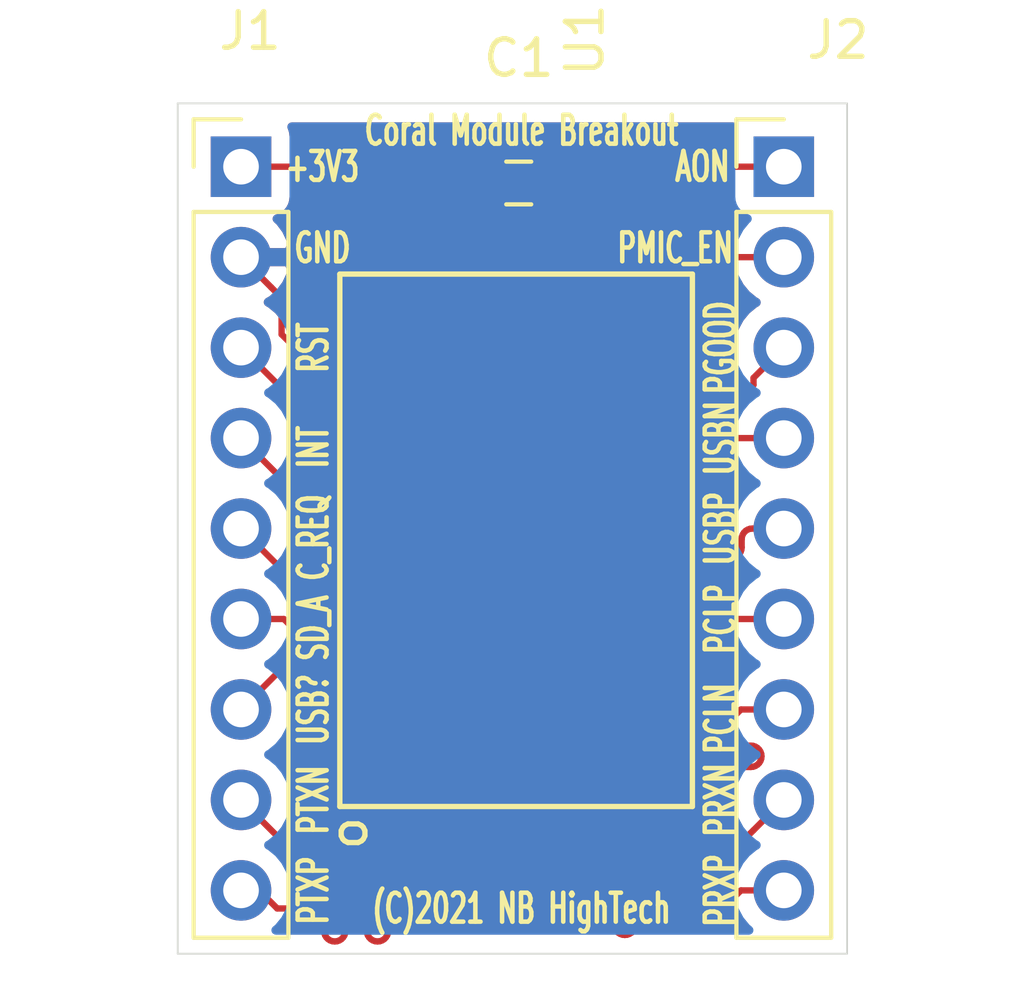
<source format=kicad_pcb>
(kicad_pcb (version 20171130) (host pcbnew "(5.1.4-0)")

  (general
    (thickness 1.6)
    (drawings 24)
    (tracks 461)
    (zones 0)
    (modules 4)
    (nets 24)
  )

  (page A4)
  (layers
    (0 F.Cu signal)
    (31 B.Cu signal)
    (32 B.Adhes user)
    (33 F.Adhes user)
    (34 B.Paste user)
    (35 F.Paste user)
    (36 B.SilkS user)
    (37 F.SilkS user)
    (38 B.Mask user)
    (39 F.Mask user)
    (40 Dwgs.User user)
    (41 Cmts.User user)
    (42 Eco1.User user)
    (43 Eco2.User user)
    (44 Edge.Cuts user)
    (45 Margin user)
    (46 B.CrtYd user)
    (47 F.CrtYd user)
    (48 B.Fab user)
    (49 F.Fab user)
  )

  (setup
    (last_trace_width 0.1778)
    (user_trace_width 0.1778)
    (user_trace_width 0.2032)
    (trace_clearance 0.2)
    (zone_clearance 0.508)
    (zone_45_only no)
    (trace_min 0.1524)
    (via_size 0.8)
    (via_drill 0.4)
    (via_min_size 0.127)
    (via_min_drill 0.3)
    (user_via 0.508 0.2032)
    (uvia_size 0.3)
    (uvia_drill 0.1)
    (uvias_allowed no)
    (uvia_min_size 0.127)
    (uvia_min_drill 0.1)
    (edge_width 0.05)
    (segment_width 0.2)
    (pcb_text_width 0.3)
    (pcb_text_size 1.5 1.5)
    (mod_edge_width 0.12)
    (mod_text_size 1 1)
    (mod_text_width 0.15)
    (pad_size 1.524 1.524)
    (pad_drill 0.762)
    (pad_to_mask_clearance 0.051)
    (solder_mask_min_width 0.25)
    (aux_axis_origin 0 0)
    (visible_elements FFFFFF7F)
    (pcbplotparams
      (layerselection 0x010fc_ffffffff)
      (usegerberextensions false)
      (usegerberattributes false)
      (usegerberadvancedattributes false)
      (creategerberjobfile false)
      (excludeedgelayer true)
      (linewidth 0.100000)
      (plotframeref false)
      (viasonmask false)
      (mode 1)
      (useauxorigin false)
      (hpglpennumber 1)
      (hpglpenspeed 20)
      (hpglpendiameter 15.000000)
      (psnegative false)
      (psa4output false)
      (plotreference true)
      (plotvalue true)
      (plotinvisibletext false)
      (padsonsilk false)
      (subtractmaskfromsilk false)
      (outputformat 1)
      (mirror false)
      (drillshape 0)
      (scaleselection 1)
      (outputdirectory ""))
  )

  (net 0 "")
  (net 1 GND)
  (net 2 +3V3)
  (net 3 /USB2_D_P)
  (net 4 /USB2_D_N)
  (net 5 /USB_SEL)
  (net 6 /SD_ALARM)
  (net 7 /CLKREQ_L)
  (net 8 /INTR)
  (net 9 "Net-(U1-Pad85)")
  (net 10 "Net-(U1-Pad84)")
  (net 11 /RST_L)
  (net 12 /AON)
  (net 13 /PMIC_EN)
  (net 14 "Net-(U1-Pad52)")
  (net 15 "Net-(U1-Pad50)")
  (net 16 "Net-(U1-Pad49)")
  (net 17 /PGOOD4)
  (net 18 /PCIE_REFCLK_P)
  (net 19 /PCIE_REFCLK_N)
  (net 20 /PCIE_RX_N)
  (net 21 /PCIE_RX_P)
  (net 22 /PCIE_TX_P)
  (net 23 /PCIE_TX_N)

  (net_class Default "This is the default net class."
    (clearance 0.2)
    (trace_width 0.25)
    (via_dia 0.8)
    (via_drill 0.4)
    (uvia_dia 0.3)
    (uvia_drill 0.1)
    (add_net +3V3)
    (add_net /AON)
    (add_net /CLKREQ_L)
    (add_net /INTR)
    (add_net /PCIE_REFCLK_N)
    (add_net /PCIE_REFCLK_P)
    (add_net /PCIE_RX_N)
    (add_net /PCIE_RX_P)
    (add_net /PCIE_TX_N)
    (add_net /PCIE_TX_P)
    (add_net /PGOOD4)
    (add_net /PMIC_EN)
    (add_net /RST_L)
    (add_net /SD_ALARM)
    (add_net /USB2_D_N)
    (add_net /USB2_D_P)
    (add_net /USB_SEL)
    (add_net GND)
    (add_net "Net-(U1-Pad49)")
    (add_net "Net-(U1-Pad50)")
    (add_net "Net-(U1-Pad52)")
    (add_net "Net-(U1-Pad84)")
    (add_net "Net-(U1-Pad85)")
  )

  (module Pin_Headers:Pin_Header_Straight_1x09_Pitch2.54mm (layer F.Cu) (tedit 59650532) (tstamp 6014BCFA)
    (at 147.32 86.36)
    (descr "Through hole straight pin header, 1x09, 2.54mm pitch, single row")
    (tags "Through hole pin header THT 1x09 2.54mm single row")
    (path /60217109)
    (fp_text reference J2 (at 1.524 -3.556) (layer F.SilkS)
      (effects (font (size 1 1) (thickness 0.15)))
    )
    (fp_text value Conn_01x09_Male (at 0 22.65) (layer F.Fab)
      (effects (font (size 1 1) (thickness 0.15)))
    )
    (fp_line (start -0.635 -1.27) (end 1.27 -1.27) (layer F.Fab) (width 0.1))
    (fp_line (start 1.27 -1.27) (end 1.27 21.59) (layer F.Fab) (width 0.1))
    (fp_line (start 1.27 21.59) (end -1.27 21.59) (layer F.Fab) (width 0.1))
    (fp_line (start -1.27 21.59) (end -1.27 -0.635) (layer F.Fab) (width 0.1))
    (fp_line (start -1.27 -0.635) (end -0.635 -1.27) (layer F.Fab) (width 0.1))
    (fp_line (start -1.33 21.65) (end 1.33 21.65) (layer F.SilkS) (width 0.12))
    (fp_line (start -1.33 1.27) (end -1.33 21.65) (layer F.SilkS) (width 0.12))
    (fp_line (start 1.33 1.27) (end 1.33 21.65) (layer F.SilkS) (width 0.12))
    (fp_line (start -1.33 1.27) (end 1.33 1.27) (layer F.SilkS) (width 0.12))
    (fp_line (start -1.33 0) (end -1.33 -1.33) (layer F.SilkS) (width 0.12))
    (fp_line (start -1.33 -1.33) (end 0 -1.33) (layer F.SilkS) (width 0.12))
    (fp_line (start -1.8 -1.8) (end -1.8 22.1) (layer F.CrtYd) (width 0.05))
    (fp_line (start -1.8 22.1) (end 1.8 22.1) (layer F.CrtYd) (width 0.05))
    (fp_line (start 1.8 22.1) (end 1.8 -1.8) (layer F.CrtYd) (width 0.05))
    (fp_line (start 1.8 -1.8) (end -1.8 -1.8) (layer F.CrtYd) (width 0.05))
    (fp_text user %R (at 0 10.16 90) (layer F.Fab)
      (effects (font (size 1 1) (thickness 0.15)))
    )
    (pad 1 thru_hole rect (at 0 0) (size 1.7 1.7) (drill 1) (layers *.Cu *.Mask)
      (net 12 /AON))
    (pad 2 thru_hole oval (at 0 2.54) (size 1.7 1.7) (drill 1) (layers *.Cu *.Mask)
      (net 13 /PMIC_EN))
    (pad 3 thru_hole oval (at 0 5.08) (size 1.7 1.7) (drill 1) (layers *.Cu *.Mask)
      (net 17 /PGOOD4))
    (pad 4 thru_hole oval (at 0 7.62) (size 1.7 1.7) (drill 1) (layers *.Cu *.Mask)
      (net 4 /USB2_D_N))
    (pad 5 thru_hole oval (at 0 10.16) (size 1.7 1.7) (drill 1) (layers *.Cu *.Mask)
      (net 3 /USB2_D_P))
    (pad 6 thru_hole oval (at 0 12.7) (size 1.7 1.7) (drill 1) (layers *.Cu *.Mask)
      (net 18 /PCIE_REFCLK_P))
    (pad 7 thru_hole oval (at 0 15.24) (size 1.7 1.7) (drill 1) (layers *.Cu *.Mask)
      (net 19 /PCIE_REFCLK_N))
    (pad 8 thru_hole oval (at 0 17.78) (size 1.7 1.7) (drill 1) (layers *.Cu *.Mask)
      (net 20 /PCIE_RX_N))
    (pad 9 thru_hole oval (at 0 20.32) (size 1.7 1.7) (drill 1) (layers *.Cu *.Mask)
      (net 21 /PCIE_RX_P))
    (model ${KISYS3DMOD}/Pin_Headers.3dshapes/Pin_Header_Straight_1x09_Pitch2.54mm.wrl
      (at (xyz 0 0 0))
      (scale (xyz 1 1 1))
      (rotate (xyz 0 0 0))
    )
  )

  (module Pin_Headers:Pin_Header_Straight_1x09_Pitch2.54mm (layer F.Cu) (tedit 59650532) (tstamp 6014BCF7)
    (at 132.08 86.36)
    (descr "Through hole straight pin header, 1x09, 2.54mm pitch, single row")
    (tags "Through hole pin header THT 1x09 2.54mm single row")
    (path /60214FE9)
    (fp_text reference J1 (at 0.254 -3.81) (layer F.SilkS)
      (effects (font (size 1 1) (thickness 0.15)))
    )
    (fp_text value Conn_01x09_Male (at 0 22.65) (layer F.Fab)
      (effects (font (size 1 1) (thickness 0.15)))
    )
    (fp_line (start -0.635 -1.27) (end 1.27 -1.27) (layer F.Fab) (width 0.1))
    (fp_line (start 1.27 -1.27) (end 1.27 21.59) (layer F.Fab) (width 0.1))
    (fp_line (start 1.27 21.59) (end -1.27 21.59) (layer F.Fab) (width 0.1))
    (fp_line (start -1.27 21.59) (end -1.27 -0.635) (layer F.Fab) (width 0.1))
    (fp_line (start -1.27 -0.635) (end -0.635 -1.27) (layer F.Fab) (width 0.1))
    (fp_line (start -1.33 21.65) (end 1.33 21.65) (layer F.SilkS) (width 0.12))
    (fp_line (start -1.33 1.27) (end -1.33 21.65) (layer F.SilkS) (width 0.12))
    (fp_line (start 1.33 1.27) (end 1.33 21.65) (layer F.SilkS) (width 0.12))
    (fp_line (start -1.33 1.27) (end 1.33 1.27) (layer F.SilkS) (width 0.12))
    (fp_line (start -1.33 0) (end -1.33 -1.33) (layer F.SilkS) (width 0.12))
    (fp_line (start -1.33 -1.33) (end 0 -1.33) (layer F.SilkS) (width 0.12))
    (fp_line (start -1.8 -1.8) (end -1.8 22.1) (layer F.CrtYd) (width 0.05))
    (fp_line (start -1.8 22.1) (end 1.8 22.1) (layer F.CrtYd) (width 0.05))
    (fp_line (start 1.8 22.1) (end 1.8 -1.8) (layer F.CrtYd) (width 0.05))
    (fp_line (start 1.8 -1.8) (end -1.8 -1.8) (layer F.CrtYd) (width 0.05))
    (fp_text user %R (at 0 10.16 90) (layer F.Fab)
      (effects (font (size 1 1) (thickness 0.15)))
    )
    (pad 1 thru_hole rect (at 0 0) (size 1.7 1.7) (drill 1) (layers *.Cu *.Mask)
      (net 2 +3V3))
    (pad 2 thru_hole oval (at 0 2.54) (size 1.7 1.7) (drill 1) (layers *.Cu *.Mask)
      (net 1 GND))
    (pad 3 thru_hole oval (at 0 5.08) (size 1.7 1.7) (drill 1) (layers *.Cu *.Mask)
      (net 11 /RST_L))
    (pad 4 thru_hole oval (at 0 7.62) (size 1.7 1.7) (drill 1) (layers *.Cu *.Mask)
      (net 8 /INTR))
    (pad 5 thru_hole oval (at 0 10.16) (size 1.7 1.7) (drill 1) (layers *.Cu *.Mask)
      (net 7 /CLKREQ_L))
    (pad 6 thru_hole oval (at 0 12.7) (size 1.7 1.7) (drill 1) (layers *.Cu *.Mask)
      (net 6 /SD_ALARM))
    (pad 7 thru_hole oval (at 0 15.24) (size 1.7 1.7) (drill 1) (layers *.Cu *.Mask)
      (net 5 /USB_SEL))
    (pad 8 thru_hole oval (at 0 17.78) (size 1.7 1.7) (drill 1) (layers *.Cu *.Mask)
      (net 23 /PCIE_TX_N))
    (pad 9 thru_hole oval (at 0 20.32) (size 1.7 1.7) (drill 1) (layers *.Cu *.Mask)
      (net 22 /PCIE_TX_P))
    (model ${KISYS3DMOD}/Pin_Headers.3dshapes/Pin_Header_Straight_1x09_Pitch2.54mm.wrl
      (at (xyz 0 0 0))
      (scale (xyz 1 1 1))
      (rotate (xyz 0 0 0))
    )
  )

  (module nbhightech:LGA120 (layer F.Cu) (tedit 60133FB9) (tstamp 6014B723)
    (at 139.954 96.8248 90)
    (path /6013BE4A)
    (attr smd)
    (fp_text reference U1 (at 14.0208 1.778 90) (layer F.SilkS)
      (effects (font (size 1 1) (thickness 0.15)))
    )
    (fp_text value Coral_1 (at 0.15 -0.55 90) (layer F.Fab)
      (effects (font (size 1 1) (thickness 0.15)))
    )
    (fp_text user o (at -8.25 -4.85 90) (layer F.SilkS)
      (effects (font (size 1 1) (thickness 0.15)))
    )
    (fp_line (start -7.5 4.8) (end -7.5 -5.1) (layer F.SilkS) (width 0.15))
    (fp_line (start -7.5 -5.1) (end 7.45 -5.1) (layer F.SilkS) (width 0.15))
    (fp_line (start 7.45 -5.1) (end 7.45 4.8) (layer F.SilkS) (width 0.15))
    (fp_line (start 7.45 4.8) (end -7.5 4.8) (layer F.SilkS) (width 0.15))
    (pad 120 smd rect (at 5.6 -2.55 180) (size 0.8 0.8) (layers F.Cu F.Paste F.Mask)
      (net 1 GND))
    (pad 119 smd rect (at 5.6 -0.95 180) (size 0.8 0.8) (layers F.Cu F.Paste F.Mask)
      (net 1 GND))
    (pad 118 smd rect (at 5.6 0.65 180) (size 0.8 0.8) (layers F.Cu F.Paste F.Mask)
      (net 1 GND))
    (pad 117 smd rect (at 5.6 2.25 180) (size 0.8 0.8) (layers F.Cu F.Paste F.Mask)
      (net 1 GND))
    (pad 116 smd rect (at 4 2.25 180) (size 0.8 0.8) (layers F.Cu F.Paste F.Mask)
      (net 1 GND))
    (pad 115 smd rect (at 4 0.65 180) (size 0.8 0.8) (layers F.Cu F.Paste F.Mask)
      (net 1 GND))
    (pad 114 smd rect (at 4 -0.95 180) (size 0.8 0.8) (layers F.Cu F.Paste F.Mask)
      (net 1 GND))
    (pad 113 smd rect (at 4 -2.55 180) (size 0.8 0.8) (layers F.Cu F.Paste F.Mask)
      (net 1 GND))
    (pad 112 smd rect (at 2.4 -2.55 180) (size 0.8 0.8) (layers F.Cu F.Paste F.Mask)
      (net 1 GND))
    (pad 111 smd rect (at 2.4 -0.95 180) (size 0.8 0.8) (layers F.Cu F.Paste F.Mask)
      (net 1 GND))
    (pad 110 smd rect (at 2.4 0.65 180) (size 0.8 0.8) (layers F.Cu F.Paste F.Mask)
      (net 1 GND))
    (pad 109 smd rect (at 2.4 2.25 180) (size 0.8 0.8) (layers F.Cu F.Paste F.Mask)
      (net 1 GND))
    (pad 108 smd rect (at 0.8 2.25 180) (size 0.8 0.8) (layers F.Cu F.Paste F.Mask)
      (net 1 GND))
    (pad 107 smd rect (at 0.8 0.65 180) (size 0.8 0.8) (layers F.Cu F.Paste F.Mask)
      (net 1 GND))
    (pad 106 smd rect (at 0.8 -0.95 180) (size 0.8 0.8) (layers F.Cu F.Paste F.Mask)
      (net 1 GND))
    (pad 105 smd rect (at 0.8 -2.55 180) (size 0.8 0.8) (layers F.Cu F.Paste F.Mask)
      (net 1 GND))
    (pad 104 smd rect (at -0.8 -2.55 180) (size 0.8 0.8) (layers F.Cu F.Paste F.Mask)
      (net 1 GND))
    (pad 103 smd rect (at -0.8 -0.95 180) (size 0.8 0.8) (layers F.Cu F.Paste F.Mask)
      (net 1 GND))
    (pad 102 smd rect (at -0.8 0.65 180) (size 0.8 0.8) (layers F.Cu F.Paste F.Mask)
      (net 1 GND))
    (pad 101 smd rect (at -0.8 2.25 180) (size 0.8 0.8) (layers F.Cu F.Paste F.Mask)
      (net 1 GND))
    (pad 100 smd rect (at -2.4 2.25 180) (size 0.8 0.8) (layers F.Cu F.Paste F.Mask)
      (net 1 GND))
    (pad 99 smd rect (at -2.4 0.65 180) (size 0.8 0.8) (layers F.Cu F.Paste F.Mask)
      (net 1 GND))
    (pad 98 smd rect (at -2.4 -0.95 180) (size 0.8 0.8) (layers F.Cu F.Paste F.Mask)
      (net 1 GND))
    (pad 97 smd rect (at -2.4 -2.55 180) (size 0.8 0.8) (layers F.Cu F.Paste F.Mask)
      (net 1 GND))
    (pad 96 smd rect (at -4 -2.55 180) (size 0.8 0.8) (layers F.Cu F.Paste F.Mask)
      (net 1 GND))
    (pad 95 smd rect (at -4 -0.95 180) (size 0.8 0.8) (layers F.Cu F.Paste F.Mask)
      (net 1 GND))
    (pad 94 smd rect (at -4 0.65 180) (size 0.8 0.8) (layers F.Cu F.Paste F.Mask)
      (net 1 GND))
    (pad 93 smd rect (at -4 2.25 180) (size 0.8 0.8) (layers F.Cu F.Paste F.Mask)
      (net 1 GND))
    (pad 92 smd rect (at -5.6 2.25 180) (size 0.8 0.8) (layers F.Cu F.Paste F.Mask)
      (net 1 GND))
    (pad 91 smd rect (at -5.6 0.65 180) (size 0.8 0.8) (layers F.Cu F.Paste F.Mask)
      (net 1 GND))
    (pad 90 smd rect (at -5.6 -0.95 180) (size 0.8 0.8) (layers F.Cu F.Paste F.Mask)
      (net 1 GND))
    (pad 89 smd rect (at -5.6 -2.55 180) (size 0.8 0.8) (layers F.Cu F.Paste F.Mask)
      (net 1 GND))
    (pad 88 smd rect (at -6 -4.5 180) (size 0.6 0.3) (layers F.Cu F.Paste F.Mask)
      (net 1 GND))
    (pad 87 smd rect (at -5.5 -4.5 180) (size 0.6 0.3) (layers F.Cu F.Paste F.Mask)
      (net 1 GND))
    (pad 86 smd rect (at -5 -4.5 180) (size 0.6 0.3) (layers F.Cu F.Paste F.Mask)
      (net 1 GND))
    (pad 85 smd rect (at -4.5 -4.5 180) (size 0.6 0.3) (layers F.Cu F.Paste F.Mask)
      (net 9 "Net-(U1-Pad85)"))
    (pad 84 smd rect (at -4 -4.5 180) (size 0.6 0.3) (layers F.Cu F.Paste F.Mask)
      (net 10 "Net-(U1-Pad84)"))
    (pad 83 smd rect (at -3.5 -4.5 180) (size 0.6 0.3) (layers F.Cu F.Paste F.Mask)
      (net 5 /USB_SEL))
    (pad 82 smd rect (at -3 -4.5 180) (size 0.6 0.3) (layers F.Cu F.Paste F.Mask)
      (net 6 /SD_ALARM))
    (pad 81 smd rect (at -2.5 -4.5 180) (size 0.6 0.3) (layers F.Cu F.Paste F.Mask)
      (net 1 GND))
    (pad 80 smd rect (at -2 -4.5 180) (size 0.6 0.3) (layers F.Cu F.Paste F.Mask)
      (net 1 GND))
    (pad 79 smd rect (at -1.5 -4.5 180) (size 0.6 0.3) (layers F.Cu F.Paste F.Mask)
      (net 1 GND))
    (pad 78 smd rect (at -1 -4.5 180) (size 0.6 0.3) (layers F.Cu F.Paste F.Mask)
      (net 7 /CLKREQ_L))
    (pad 77 smd rect (at -0.5 -4.5 180) (size 0.6 0.3) (layers F.Cu F.Paste F.Mask)
      (net 8 /INTR))
    (pad 76 smd rect (at 0 -4.5 180) (size 0.6 0.3) (layers F.Cu F.Paste F.Mask)
      (net 11 /RST_L))
    (pad 75 smd rect (at 0.5 -4.5 180) (size 0.6 0.3) (layers F.Cu F.Paste F.Mask)
      (net 1 GND))
    (pad 74 smd rect (at 1 -4.5 180) (size 0.6 0.3) (layers F.Cu F.Paste F.Mask)
      (net 1 GND))
    (pad 73 smd rect (at 1.5 -4.5 180) (size 0.6 0.3) (layers F.Cu F.Paste F.Mask)
      (net 1 GND))
    (pad 72 smd rect (at 2 -4.5 180) (size 0.6 0.3) (layers F.Cu F.Paste F.Mask)
      (net 1 GND))
    (pad 71 smd rect (at 2.5 -4.5 180) (size 0.6 0.3) (layers F.Cu F.Paste F.Mask)
      (net 1 GND))
    (pad 70 smd rect (at 3 -4.5 180) (size 0.6 0.3) (layers F.Cu F.Paste F.Mask)
      (net 1 GND))
    (pad 69 smd rect (at 3.5 -4.5 180) (size 0.6 0.3) (layers F.Cu F.Paste F.Mask)
      (net 1 GND))
    (pad 68 smd rect (at 4 -4.5 180) (size 0.6 0.3) (layers F.Cu F.Paste F.Mask)
      (net 1 GND))
    (pad 67 smd rect (at 4.5 -4.5 180) (size 0.6 0.3) (layers F.Cu F.Paste F.Mask)
      (net 2 +3V3))
    (pad 66 smd rect (at 5 -4.5 180) (size 0.6 0.3) (layers F.Cu F.Paste F.Mask)
      (net 2 +3V3))
    (pad 65 smd rect (at 5.5 -4.5 180) (size 0.6 0.3) (layers F.Cu F.Paste F.Mask)
      (net 2 +3V3))
    (pad 64 smd rect (at 6 -4.5 180) (size 0.6 0.3) (layers F.Cu F.Paste F.Mask)
      (net 2 +3V3))
    (pad 63 smd rect (at 6.9 -4.65 90) (size 0.6 0.3) (layers F.Cu F.Paste F.Mask)
      (net 2 +3V3))
    (pad 62 smd rect (at 6.9 -4.15 90) (size 0.6 0.3) (layers F.Cu F.Paste F.Mask)
      (net 2 +3V3))
    (pad 61 smd rect (at 6.9 -3.65 90) (size 0.6 0.3) (layers F.Cu F.Paste F.Mask)
      (net 2 +3V3))
    (pad 60 smd rect (at 6.9 -3.15 90) (size 0.6 0.3) (layers F.Cu F.Paste F.Mask)
      (net 2 +3V3))
    (pad 59 smd rect (at 6.9 -2.65 90) (size 0.6 0.3) (layers F.Cu F.Paste F.Mask)
      (net 2 +3V3))
    (pad 58 smd rect (at 6.9 -2.15 90) (size 0.6 0.3) (layers F.Cu F.Paste F.Mask)
      (net 2 +3V3))
    (pad 57 smd rect (at 6.9 -1.65 90) (size 0.6 0.3) (layers F.Cu F.Paste F.Mask)
      (net 2 +3V3))
    (pad 56 smd rect (at 6.9 -1.15 90) (size 0.6 0.3) (layers F.Cu F.Paste F.Mask)
      (net 2 +3V3))
    (pad 55 smd rect (at 6.9 -0.65 90) (size 0.6 0.3) (layers F.Cu F.Paste F.Mask)
      (net 1 GND))
    (pad 54 smd rect (at 6.9 -0.15 90) (size 0.6 0.3) (layers F.Cu F.Paste F.Mask)
      (net 12 /AON))
    (pad 53 smd rect (at 6.9 0.35 90) (size 0.6 0.3) (layers F.Cu F.Paste F.Mask)
      (net 13 /PMIC_EN))
    (pad 52 smd rect (at 6.9 0.85 90) (size 0.6 0.3) (layers F.Cu F.Paste F.Mask)
      (net 14 "Net-(U1-Pad52)"))
    (pad 51 smd rect (at 6.9 1.35 90) (size 0.6 0.3) (layers F.Cu F.Paste F.Mask)
      (net 1 GND))
    (pad 50 smd rect (at 6.9 1.85 90) (size 0.6 0.3) (layers F.Cu F.Paste F.Mask)
      (net 15 "Net-(U1-Pad50)"))
    (pad 49 smd rect (at 6.9 2.35 90) (size 0.6 0.3) (layers F.Cu F.Paste F.Mask)
      (net 16 "Net-(U1-Pad49)"))
    (pad 48 smd rect (at 6.9 2.85 90) (size 0.6 0.3) (layers F.Cu F.Paste F.Mask)
      (net 1 GND))
    (pad 47 smd rect (at 6.9 3.35 90) (size 0.6 0.3) (layers F.Cu F.Paste F.Mask)
      (net 1 GND))
    (pad 46 smd rect (at 6.9 3.85 90) (size 0.6 0.3) (layers F.Cu F.Paste F.Mask)
      (net 1 GND))
    (pad 45 smd rect (at 6.9 4.35 90) (size 0.6 0.3) (layers F.Cu F.Paste F.Mask)
      (net 1 GND))
    (pad 44 smd rect (at 6 4.2) (size 0.6 0.3) (layers F.Cu F.Paste F.Mask)
      (net 1 GND))
    (pad 43 smd rect (at 5.5 4.2) (size 0.6 0.3) (layers F.Cu F.Paste F.Mask)
      (net 1 GND))
    (pad 42 smd rect (at 5 4.2) (size 0.6 0.3) (layers F.Cu F.Paste F.Mask)
      (net 1 GND))
    (pad 41 smd rect (at 4.5 4.2) (size 0.6 0.3) (layers F.Cu F.Paste F.Mask)
      (net 1 GND))
    (pad 40 smd rect (at 4 4.2) (size 0.6 0.3) (layers F.Cu F.Paste F.Mask)
      (net 1 GND))
    (pad 39 smd rect (at 3.5 4.2) (size 0.6 0.3) (layers F.Cu F.Paste F.Mask)
      (net 1 GND))
    (pad 38 smd rect (at 3 4.2) (size 0.6 0.3) (layers F.Cu F.Paste F.Mask)
      (net 1 GND))
    (pad 37 smd rect (at 2.5 4.2) (size 0.6 0.3) (layers F.Cu F.Paste F.Mask)
      (net 17 /PGOOD4))
    (pad 36 smd rect (at 2 4.2) (size 0.6 0.3) (layers F.Cu F.Paste F.Mask)
      (net 1 GND))
    (pad 35 smd rect (at 1.5 4.2) (size 0.6 0.3) (layers F.Cu F.Paste F.Mask)
      (net 1 GND))
    (pad 34 smd rect (at 1 4.2) (size 0.6 0.3) (layers F.Cu F.Paste F.Mask)
      (net 1 GND))
    (pad 33 smd rect (at 0.5 4.2) (size 0.6 0.3) (layers F.Cu F.Paste F.Mask)
      (net 1 GND))
    (pad 32 smd rect (at 0 4.2) (size 0.6 0.3) (layers F.Cu F.Paste F.Mask)
      (net 1 GND))
    (pad 31 smd rect (at -0.5 4.2) (size 0.6 0.3) (layers F.Cu F.Paste F.Mask)
      (net 1 GND))
    (pad 30 smd rect (at -1 4.2) (size 0.6 0.3) (layers F.Cu F.Paste F.Mask)
      (net 1 GND))
    (pad 29 smd rect (at -1.5 4.2) (size 0.6 0.3) (layers F.Cu F.Paste F.Mask)
      (net 1 GND))
    (pad 28 smd rect (at -2 4.2) (size 0.6 0.3) (layers F.Cu F.Paste F.Mask)
      (net 1 GND))
    (pad 27 smd rect (at -2.5 4.2) (size 0.6 0.3) (layers F.Cu F.Paste F.Mask)
      (net 1 GND))
    (pad 26 smd rect (at -3 4.2) (size 0.6 0.3) (layers F.Cu F.Paste F.Mask)
      (net 1 GND))
    (pad 25 smd rect (at -3.5 4.2) (size 0.6 0.3) (layers F.Cu F.Paste F.Mask)
      (net 1 GND))
    (pad 24 smd rect (at -4 4.2) (size 0.6 0.3) (layers F.Cu F.Paste F.Mask)
      (net 1 GND))
    (pad 23 smd rect (at -4.5 4.2) (size 0.6 0.3) (layers F.Cu F.Paste F.Mask)
      (net 1 GND))
    (pad 22 smd rect (at -5 4.2) (size 0.6 0.3) (layers F.Cu F.Paste F.Mask)
      (net 1 GND))
    (pad 21 smd rect (at -5.5 4.2) (size 0.6 0.3) (layers F.Cu F.Paste F.Mask)
      (net 1 GND))
    (pad 20 smd rect (at -6 4.2 180) (size 0.6 0.3) (layers F.Cu F.Paste F.Mask)
      (net 1 GND))
    (pad 19 smd rect (at -6.9 4.35 90) (size 0.6 0.3) (layers F.Cu F.Paste F.Mask)
      (net 1 GND))
    (pad 18 smd rect (at -6.9 3.85 90) (size 0.6 0.3) (layers F.Cu F.Paste F.Mask)
      (net 1 GND))
    (pad 17 smd rect (at -6.9 3.35 90) (size 0.6 0.3) (layers F.Cu F.Paste F.Mask)
      (net 1 GND))
    (pad 16 smd rect (at -6.9 2.85 90) (size 0.6 0.3) (layers F.Cu F.Paste F.Mask)
      (net 1 GND))
    (pad 15 smd rect (at -6.9 2.35 90) (size 0.6 0.3) (layers F.Cu F.Paste F.Mask)
      (net 1 GND))
    (pad 14 smd rect (at -6.9 1.85 90) (size 0.6 0.3) (layers F.Cu F.Paste F.Mask)
      (net 4 /USB2_D_N))
    (pad 13 smd rect (at -6.9 1.35 90) (size 0.6 0.3) (layers F.Cu F.Paste F.Mask)
      (net 3 /USB2_D_P))
    (pad 12 smd rect (at -6.9 0.85 90) (size 0.6 0.3) (layers F.Cu F.Paste F.Mask)
      (net 1 GND))
    (pad 11 smd rect (at -6.9 0.35 90) (size 0.6 0.3) (layers F.Cu F.Paste F.Mask)
      (net 18 /PCIE_REFCLK_P))
    (pad 10 smd rect (at -6.9 -0.15 90) (size 0.6 0.3) (layers F.Cu F.Paste F.Mask)
      (net 19 /PCIE_REFCLK_N))
    (pad 9 smd rect (at -6.9 -0.65 90) (size 0.6 0.3) (layers F.Cu F.Paste F.Mask)
      (net 1 GND))
    (pad 8 smd rect (at -6.9 -1.15 90) (size 0.6 0.3) (layers F.Cu F.Paste F.Mask)
      (net 20 /PCIE_RX_N))
    (pad 7 smd rect (at -6.9 -1.65 90) (size 0.6 0.3) (layers F.Cu F.Paste F.Mask)
      (net 21 /PCIE_RX_P))
    (pad 6 smd rect (at -6.9 -2.15 90) (size 0.6 0.3) (layers F.Cu F.Paste F.Mask)
      (net 1 GND))
    (pad 5 smd rect (at -6.9 -2.65 90) (size 0.6 0.3) (layers F.Cu F.Paste F.Mask)
      (net 22 /PCIE_TX_P))
    (pad 4 smd rect (at -6.9 -3.15 90) (size 0.6 0.3) (layers F.Cu F.Paste F.Mask)
      (net 23 /PCIE_TX_N))
    (pad 3 smd rect (at -6.9 -3.65 90) (size 0.6 0.3) (layers F.Cu F.Paste F.Mask)
      (net 1 GND))
    (pad 2 smd rect (at -6.9 -4.15 90) (size 0.6 0.3) (layers F.Cu F.Paste F.Mask)
      (net 1 GND))
    (pad 1 smd rect (at -6.9 -4.65 90) (size 0.6 0.3) (layers F.Cu F.Paste F.Mask)
      (net 1 GND))
  )

  (module Capacitors_SMD:C_0603 (layer F.Cu) (tedit 59958EE7) (tstamp 6014B69F)
    (at 139.8778 86.8172)
    (descr "Capacitor SMD 0603, reflow soldering, AVX (see smccp.pdf)")
    (tags "capacitor 0603")
    (path /6013EC83)
    (attr smd)
    (fp_text reference C1 (at 0 -3.5052) (layer F.SilkS)
      (effects (font (size 1 1) (thickness 0.15)))
    )
    (fp_text value 100nF (at 0 1.5) (layer F.Fab)
      (effects (font (size 1 1) (thickness 0.15)))
    )
    (fp_line (start 1.4 0.65) (end -1.4 0.65) (layer F.CrtYd) (width 0.05))
    (fp_line (start 1.4 0.65) (end 1.4 -0.65) (layer F.CrtYd) (width 0.05))
    (fp_line (start -1.4 -0.65) (end -1.4 0.65) (layer F.CrtYd) (width 0.05))
    (fp_line (start -1.4 -0.65) (end 1.4 -0.65) (layer F.CrtYd) (width 0.05))
    (fp_line (start 0.35 0.6) (end -0.35 0.6) (layer F.SilkS) (width 0.12))
    (fp_line (start -0.35 -0.6) (end 0.35 -0.6) (layer F.SilkS) (width 0.12))
    (fp_line (start -0.8 -0.4) (end 0.8 -0.4) (layer F.Fab) (width 0.1))
    (fp_line (start 0.8 -0.4) (end 0.8 0.4) (layer F.Fab) (width 0.1))
    (fp_line (start 0.8 0.4) (end -0.8 0.4) (layer F.Fab) (width 0.1))
    (fp_line (start -0.8 0.4) (end -0.8 -0.4) (layer F.Fab) (width 0.1))
    (fp_text user %R (at 0 0) (layer F.Fab)
      (effects (font (size 0.3 0.3) (thickness 0.075)))
    )
    (pad 2 smd rect (at 0.75 0) (size 0.8 0.75) (layers F.Cu F.Paste F.Mask)
      (net 1 GND))
    (pad 1 smd rect (at -0.75 0) (size 0.8 0.75) (layers F.Cu F.Paste F.Mask)
      (net 2 +3V3))
    (model Capacitors_SMD.3dshapes/C_0603.wrl
      (at (xyz 0 0 0))
      (scale (xyz 1 1 1))
      (rotate (xyz 0 0 0))
    )
  )

  (gr_text "Coral Module Breakout" (at 139.954 85.344) (layer F.SilkS) (tstamp 60137AF8)
    (effects (font (size 0.8128 0.508) (thickness 0.127)))
  )
  (gr_text "(C)2021 NB HighTech" (at 139.954 107.188) (layer F.SilkS) (tstamp 60137AF8)
    (effects (font (size 0.8128 0.508) (thickness 0.127)))
  )
  (gr_text AON (at 145.034 86.36) (layer F.SilkS) (tstamp 60137AF8)
    (effects (font (size 0.8128 0.508) (thickness 0.127)))
  )
  (gr_text PMIC_EN (at 144.272 88.646) (layer F.SilkS) (tstamp 60137AF8)
    (effects (font (size 0.8128 0.508) (thickness 0.127)))
  )
  (gr_text PGOOD (at 145.542 91.44 90) (layer F.SilkS) (tstamp 60137AF8)
    (effects (font (size 0.8128 0.508) (thickness 0.127)))
  )
  (gr_text USBN (at 145.542 93.98 90) (layer F.SilkS) (tstamp 60137AF8)
    (effects (font (size 0.8128 0.508) (thickness 0.127)))
  )
  (gr_text USBP (at 145.542 96.52 90) (layer F.SilkS) (tstamp 60137AF8)
    (effects (font (size 0.8128 0.508) (thickness 0.127)))
  )
  (gr_text PCLP (at 145.542 99.06 90) (layer F.SilkS) (tstamp 60137AF8)
    (effects (font (size 0.8128 0.508) (thickness 0.127)))
  )
  (gr_text PCLN (at 145.542 101.854 90) (layer F.SilkS) (tstamp 60137AF8)
    (effects (font (size 0.8128 0.508) (thickness 0.127)))
  )
  (gr_text PRXN (at 145.542 104.14 90) (layer F.SilkS) (tstamp 60137AF8)
    (effects (font (size 0.8128 0.508) (thickness 0.127)))
  )
  (gr_text PRXP (at 145.542 106.68 90) (layer F.SilkS) (tstamp 60137AF8)
    (effects (font (size 0.8128 0.508) (thickness 0.127)))
  )
  (gr_text PTXP (at 134.112 106.68 90) (layer F.SilkS) (tstamp 60137AF8)
    (effects (font (size 0.8128 0.508) (thickness 0.127)))
  )
  (gr_text PTXN (at 134.112 104.14 90) (layer F.SilkS) (tstamp 60137AF8)
    (effects (font (size 0.8128 0.508) (thickness 0.127)))
  )
  (gr_text USB? (at 134.112 101.6 90) (layer F.SilkS) (tstamp 60137AF8)
    (effects (font (size 0.8128 0.508) (thickness 0.127)))
  )
  (gr_text SD_A (at 134.112 99.314 90) (layer F.SilkS) (tstamp 60137AF8)
    (effects (font (size 0.8128 0.508) (thickness 0.127)))
  )
  (gr_text C_REQ (at 134.112 96.774 90) (layer F.SilkS) (tstamp 60137AF8)
    (effects (font (size 0.8128 0.508) (thickness 0.127)))
  )
  (gr_text INT (at 134.112 94.234 90) (layer F.SilkS) (tstamp 60137AF8)
    (effects (font (size 0.8128 0.508) (thickness 0.127)))
  )
  (gr_text RST (at 134.112 91.44 90) (layer F.SilkS) (tstamp 60137AF8)
    (effects (font (size 0.8128 0.508) (thickness 0.127)))
  )
  (gr_text GND (at 134.366 88.646) (layer F.SilkS) (tstamp 60137AF8)
    (effects (font (size 0.8128 0.508) (thickness 0.127)))
  )
  (gr_text +3V3 (at 134.366 86.36) (layer F.SilkS)
    (effects (font (size 0.8128 0.508) (thickness 0.127)))
  )
  (gr_line (start 130.302 108.458) (end 130.302 84.582) (layer Edge.Cuts) (width 0.05) (tstamp 60137944))
  (gr_line (start 149.098 108.458) (end 130.302 108.458) (layer Edge.Cuts) (width 0.05))
  (gr_line (start 149.098 84.582) (end 149.098 108.458) (layer Edge.Cuts) (width 0.05))
  (gr_line (start 130.302 84.582) (end 149.098 84.582) (layer Edge.Cuts) (width 0.05))

  (segment (start 140.804 102.6248) (end 140.604 102.4248) (width 0.1778) (layer F.Cu) (net 1))
  (segment (start 140.804 103.7248) (end 140.804 102.6248) (width 0.1778) (layer F.Cu) (net 1))
  (segment (start 139.304 102.7248) (end 139.004 102.4248) (width 0.1778) (layer F.Cu) (net 1))
  (segment (start 139.304 103.7248) (end 139.304 102.7248) (width 0.1778) (layer F.Cu) (net 1))
  (segment (start 137.804 102.8248) (end 137.404 102.4248) (width 0.1778) (layer F.Cu) (net 1))
  (segment (start 137.804 103.7248) (end 137.804 102.8248) (width 0.1778) (layer F.Cu) (net 1))
  (segment (start 135.454 101.8248) (end 135.454 102.8248) (width 0.1778) (layer F.Cu) (net 1))
  (segment (start 135.454 103.5748) (end 135.304 103.7248) (width 0.1778) (layer F.Cu) (net 1))
  (segment (start 135.454 102.8248) (end 135.454 103.5748) (width 0.1778) (layer F.Cu) (net 1))
  (segment (start 135.304 103.7248) (end 136.304 103.7248) (width 0.1778) (layer F.Cu) (net 1))
  (segment (start 136.8262 102.4248) (end 137.404 102.4248) (width 0.1778) (layer F.Cu) (net 1))
  (segment (start 136.304 102.947) (end 136.8262 102.4248) (width 0.1778) (layer F.Cu) (net 1))
  (segment (start 136.304 103.7248) (end 136.304 102.947) (width 0.1778) (layer F.Cu) (net 1))
  (segment (start 139.004 102.4248) (end 137.404 102.4248) (width 0.1778) (layer F.Cu) (net 1))
  (segment (start 140.604 102.4248) (end 139.004 102.4248) (width 0.1778) (layer F.Cu) (net 1))
  (segment (start 142.204 102.4248) (end 140.604 102.4248) (width 0.1778) (layer F.Cu) (net 1))
  (segment (start 142.304 102.5248) (end 142.304 103.7248) (width 0.1778) (layer F.Cu) (net 1))
  (segment (start 142.204 102.4248) (end 142.304 102.5248) (width 0.1778) (layer F.Cu) (net 1))
  (segment (start 142.304 103.7248) (end 144.304 103.7248) (width 0.1778) (layer F.Cu) (net 1))
  (segment (start 144.304 102.9748) (end 144.154 102.8248) (width 0.1778) (layer F.Cu) (net 1))
  (segment (start 144.304 103.7248) (end 144.304 102.9748) (width 0.1778) (layer F.Cu) (net 1))
  (segment (start 144.154 102.8248) (end 144.154 94.8248) (width 0.1778) (layer F.Cu) (net 1))
  (segment (start 142.204 100.8248) (end 142.204 102.4248) (width 0.1778) (layer F.Cu) (net 1))
  (segment (start 137.404 100.8248) (end 137.404 102.4248) (width 0.1778) (layer F.Cu) (net 1))
  (segment (start 137.404 100.8248) (end 137.404 99.2248) (width 0.1778) (layer F.Cu) (net 1))
  (segment (start 142.204 100.8248) (end 142.204 99.2248) (width 0.1778) (layer F.Cu) (net 1))
  (segment (start 142.204 91.2248) (end 137.404 91.2248) (width 0.1778) (layer F.Cu) (net 1))
  (segment (start 137.404 91.2248) (end 137.404 99.2248) (width 0.1778) (layer F.Cu) (net 1))
  (segment (start 139.004 100.8248) (end 140.604 100.8248) (width 0.1778) (layer F.Cu) (net 1))
  (segment (start 140.604 100.8248) (end 140.604 92.8248) (width 0.1778) (layer F.Cu) (net 1))
  (segment (start 140.604 92.8248) (end 139.004 92.8248) (width 0.1778) (layer F.Cu) (net 1))
  (segment (start 139.004 92.8248) (end 139.004 100.8248) (width 0.1778) (layer F.Cu) (net 1))
  (segment (start 140.604 102.4248) (end 140.604 100.8248) (width 0.1778) (layer F.Cu) (net 1))
  (segment (start 139.004 102.4248) (end 139.004 100.8248) (width 0.1778) (layer F.Cu) (net 1))
  (segment (start 139.004 100.8248) (end 137.404 100.8248) (width 0.1778) (layer F.Cu) (net 1))
  (segment (start 142.204 100.8248) (end 140.604 100.8248) (width 0.1778) (layer F.Cu) (net 1))
  (segment (start 142.204 99.2248) (end 140.604 99.2248) (width 0.1778) (layer F.Cu) (net 1))
  (segment (start 140.604 99.2248) (end 139.004 99.2248) (width 0.1778) (layer F.Cu) (net 1))
  (segment (start 139.004 99.2248) (end 137.404 99.2248) (width 0.1778) (layer F.Cu) (net 1))
  (segment (start 139.004 97.6248) (end 137.404 97.6248) (width 0.1778) (layer F.Cu) (net 1))
  (segment (start 140.604 97.6248) (end 139.004 97.6248) (width 0.1778) (layer F.Cu) (net 1))
  (segment (start 142.204 97.6248) (end 140.604 97.6248) (width 0.1778) (layer F.Cu) (net 1))
  (segment (start 142.204 96.0248) (end 140.604 96.0248) (width 0.1778) (layer F.Cu) (net 1))
  (segment (start 140.604 96.0248) (end 139.004 96.0248) (width 0.1778) (layer F.Cu) (net 1))
  (segment (start 139.004 96.0248) (end 137.404 96.0248) (width 0.1778) (layer F.Cu) (net 1))
  (segment (start 142.204 94.4248) (end 137.404 94.4248) (width 0.1778) (layer F.Cu) (net 1))
  (segment (start 142.204 92.8248) (end 137.404 92.8248) (width 0.1778) (layer F.Cu) (net 1))
  (segment (start 139.004 91.2248) (end 139.004 92.8248) (width 0.1778) (layer F.Cu) (net 1))
  (segment (start 140.604 91.2248) (end 140.604 92.8248) (width 0.1778) (layer F.Cu) (net 1))
  (segment (start 135.454 96.3248) (end 135.454 93.036) (width 0.1778) (layer F.Cu) (net 1))
  (segment (start 137.404 92.8248) (end 135.454 92.8248) (width 0.1778) (layer F.Cu) (net 1))
  (segment (start 133.218901 91.067501) (end 133.218901 90.038901) (width 0.1778) (layer F.Cu) (net 1))
  (segment (start 132.929999 89.749999) (end 132.08 88.9) (width 0.1778) (layer F.Cu) (net 1))
  (segment (start 133.218901 90.038901) (end 132.929999 89.749999) (width 0.1778) (layer F.Cu) (net 1))
  (segment (start 134.9762 92.8248) (end 133.218901 91.067501) (width 0.1778) (layer F.Cu) (net 1))
  (segment (start 135.454 92.8248) (end 134.9762 92.8248) (width 0.1778) (layer F.Cu) (net 1))
  (segment (start 139.304 90.9248) (end 139.004 91.2248) (width 0.1778) (layer F.Cu) (net 1))
  (segment (start 139.304 89.9248) (end 139.304 90.9248) (width 0.1778) (layer F.Cu) (net 1))
  (segment (start 141.1818 91.2248) (end 140.604 91.2248) (width 0.1778) (layer F.Cu) (net 1))
  (segment (start 141.304 91.1026) (end 141.1818 91.2248) (width 0.1778) (layer F.Cu) (net 1))
  (segment (start 141.304 89.9248) (end 141.304 91.1026) (width 0.1778) (layer F.Cu) (net 1))
  (segment (start 142.804 89.9248) (end 144.304 89.9248) (width 0.1778) (layer F.Cu) (net 1))
  (segment (start 144.304 90.6748) (end 144.154 90.8248) (width 0.1778) (layer F.Cu) (net 1))
  (segment (start 144.304 89.9248) (end 144.304 90.6748) (width 0.1778) (layer F.Cu) (net 1))
  (segment (start 144.154 90.8248) (end 144.154 93.8248) (width 0.1778) (layer F.Cu) (net 1))
  (segment (start 142.204 93.4026) (end 142.204 92.8248) (width 0.1778) (layer F.Cu) (net 1))
  (segment (start 142.6262 93.8248) (end 142.204 93.4026) (width 0.1778) (layer F.Cu) (net 1))
  (segment (start 144.154 93.8248) (end 142.6262 93.8248) (width 0.1778) (layer F.Cu) (net 1))
  (segment (start 142.6652 94.8248) (end 142.204 95.286) (width 0.1778) (layer F.Cu) (net 1))
  (segment (start 144.154 94.8248) (end 142.6652 94.8248) (width 0.1778) (layer F.Cu) (net 1))
  (segment (start 142.204 95.286) (end 142.204 91.2248) (width 0.1778) (layer F.Cu) (net 1))
  (segment (start 142.204 99.2248) (end 142.204 95.286) (width 0.1778) (layer F.Cu) (net 1))
  (segment (start 139.304 88.6938) (end 139.304 89.447) (width 0.1778) (layer F.Cu) (net 1))
  (segment (start 140.6278 87.37) (end 139.304 88.6938) (width 0.1778) (layer F.Cu) (net 1))
  (segment (start 139.304 89.447) (end 139.304 89.9248) (width 0.1778) (layer F.Cu) (net 1))
  (segment (start 140.6278 86.8172) (end 140.6278 87.37) (width 0.1778) (layer F.Cu) (net 1))
  (segment (start 135.454 92.8248) (end 135.454 93.3248) (width 0.1778) (layer F.Cu) (net 1))
  (segment (start 135.454 98.3248) (end 135.454 99.3248) (width 0.1778) (layer F.Cu) (net 1))
  (segment (start 137.304 99.3248) (end 137.404 99.2248) (width 0.1778) (layer F.Cu) (net 1))
  (segment (start 135.454 99.3248) (end 137.304 99.3248) (width 0.1778) (layer F.Cu) (net 1))
  (segment (start 138.6706 86.36) (end 139.1278 86.8172) (width 0.1778) (layer F.Cu) (net 2))
  (segment (start 132.08 86.36) (end 138.6706 86.36) (width 0.1778) (layer F.Cu) (net 2))
  (segment (start 139.1278 87.37) (end 138.804 87.6938) (width 0.1778) (layer F.Cu) (net 2))
  (segment (start 138.804 89.447) (end 138.804 89.9248) (width 0.1778) (layer F.Cu) (net 2))
  (segment (start 138.804 87.6938) (end 138.804 89.447) (width 0.1778) (layer F.Cu) (net 2))
  (segment (start 139.1278 86.8172) (end 139.1278 87.37) (width 0.1778) (layer F.Cu) (net 2))
  (segment (start 138.804 89.9248) (end 135.304 89.9248) (width 0.1778) (layer F.Cu) (net 2))
  (segment (start 135.454 92.3248) (end 135.454 90.8248) (width 0.1778) (layer F.Cu) (net 2))
  (segment (start 135.454 90.0748) (end 135.304 89.9248) (width 0.1778) (layer F.Cu) (net 2))
  (segment (start 135.454 90.8248) (end 135.454 90.0748) (width 0.1778) (layer F.Cu) (net 2))
  (segment (start 146.4372 96.52) (end 147.32 96.52) (width 0.1778) (layer F.Cu) (net 3))
  (segment (start 146.370443 96.527521) (end 146.4372 96.52) (width 0.1778) (layer F.Cu) (net 3))
  (segment (start 146.250153 96.58545) (end 146.307034 96.549709) (width 0.1778) (layer F.Cu) (net 3))
  (segment (start 146.20265 96.632953) (end 146.250153 96.58545) (width 0.1778) (layer F.Cu) (net 3))
  (segment (start 146.166909 96.689834) (end 146.20265 96.632953) (width 0.1778) (layer F.Cu) (net 3))
  (segment (start 146.144721 96.753243) (end 146.166909 96.689834) (width 0.1778) (layer F.Cu) (net 3))
  (segment (start 146.1372 96.82) (end 146.144721 96.753243) (width 0.1778) (layer F.Cu) (net 3))
  (segment (start 146.129678 97.1163) (end 146.1372 97.049544) (width 0.1778) (layer F.Cu) (net 3))
  (segment (start 146.10749 97.179709) (end 146.129678 97.1163) (width 0.1778) (layer F.Cu) (net 3))
  (segment (start 146.071749 97.23659) (end 146.10749 97.179709) (width 0.1778) (layer F.Cu) (net 3))
  (segment (start 146.024246 97.284093) (end 146.071749 97.23659) (width 0.1778) (layer F.Cu) (net 3))
  (segment (start 145.967365 97.319834) (end 146.024246 97.284093) (width 0.1778) (layer F.Cu) (net 3))
  (segment (start 145.903956 97.342022) (end 145.967365 97.319834) (width 0.1778) (layer F.Cu) (net 3))
  (segment (start 146.307034 96.549709) (end 146.370443 96.527521) (width 0.1778) (layer F.Cu) (net 3))
  (segment (start 145.8372 97.349544) (end 145.903956 97.342022) (width 0.1778) (layer F.Cu) (net 3))
  (segment (start 145.120711 104.412415) (end 145.120711 96.636489) (width 0.1778) (layer F.Cu) (net 3))
  (segment (start 145.770443 97.342022) (end 145.8372 97.349544) (width 0.1778) (layer F.Cu) (net 3))
  (segment (start 145.60265 97.23659) (end 145.650153 97.284093) (width 0.1778) (layer F.Cu) (net 3))
  (segment (start 145.566909 97.179709) (end 145.60265 97.23659) (width 0.1778) (layer F.Cu) (net 3))
  (segment (start 145.544721 97.1163) (end 145.566909 97.179709) (width 0.1778) (layer F.Cu) (net 3))
  (segment (start 145.5372 97.049544) (end 145.544721 97.1163) (width 0.1778) (layer F.Cu) (net 3))
  (segment (start 145.424246 96.58545) (end 145.471749 96.632953) (width 0.1778) (layer F.Cu) (net 3))
  (segment (start 145.367365 96.549709) (end 145.424246 96.58545) (width 0.1778) (layer F.Cu) (net 3))
  (segment (start 145.529678 96.753243) (end 145.5372 96.82) (width 0.1778) (layer F.Cu) (net 3))
  (segment (start 145.471749 96.632953) (end 145.50749 96.689834) (width 0.1778) (layer F.Cu) (net 3))
  (segment (start 145.303956 96.527521) (end 145.367365 96.549709) (width 0.1778) (layer F.Cu) (net 3))
  (segment (start 145.650153 97.284093) (end 145.707034 97.319834) (width 0.1778) (layer F.Cu) (net 3))
  (segment (start 141.304 103.7248) (end 141.304 104.236904) (width 0.1778) (layer F.Cu) (net 3))
  (segment (start 141.758607 104.691511) (end 144.841616 104.69151) (width 0.1778) (layer F.Cu) (net 3))
  (segment (start 145.707034 97.319834) (end 145.770443 97.342022) (width 0.1778) (layer F.Cu) (net 3))
  (segment (start 146.1372 97.049544) (end 146.1372 96.82) (width 0.1778) (layer F.Cu) (net 3))
  (segment (start 145.5372 96.82) (end 145.5372 97.049544) (width 0.1778) (layer F.Cu) (net 3))
  (segment (start 144.841616 104.69151) (end 145.120711 104.412415) (width 0.1778) (layer F.Cu) (net 3))
  (segment (start 145.2372 96.52) (end 145.303956 96.527521) (width 0.1778) (layer F.Cu) (net 3))
  (segment (start 145.50749 96.689834) (end 145.529678 96.753243) (width 0.1778) (layer F.Cu) (net 3))
  (segment (start 141.304 104.236904) (end 141.758607 104.691511) (width 0.1778) (layer F.Cu) (net 3))
  (segment (start 145.120711 96.636489) (end 145.2372 96.52) (width 0.1778) (layer F.Cu) (net 3))
  (segment (start 145.669 93.98) (end 147.32 93.98) (width 0.1778) (layer F.Cu) (net 4))
  (segment (start 144.742901 94.906099) (end 145.669 93.98) (width 0.1778) (layer F.Cu) (net 4))
  (segment (start 141.804 103.7248) (end 141.804 104.2026) (width 0.1778) (layer F.Cu) (net 4))
  (segment (start 144.685121 104.313701) (end 144.742901 104.255921) (width 0.1778) (layer F.Cu) (net 4))
  (segment (start 144.742901 104.255921) (end 144.742901 94.906099) (width 0.1778) (layer F.Cu) (net 4))
  (segment (start 141.915101 104.313701) (end 144.685121 104.313701) (width 0.1778) (layer F.Cu) (net 4))
  (segment (start 141.804 104.2026) (end 141.915101 104.313701) (width 0.1778) (layer F.Cu) (net 4))
  (segment (start 133.3552 100.3248) (end 135.454 100.3248) (width 0.1778) (layer F.Cu) (net 5))
  (segment (start 132.08 101.6) (end 133.3552 100.3248) (width 0.1778) (layer F.Cu) (net 5))
  (segment (start 134.9762 99.8248) (end 135.454 99.8248) (width 0.1778) (layer F.Cu) (net 6))
  (segment (start 134.046881 99.8248) (end 134.9762 99.8248) (width 0.1778) (layer F.Cu) (net 6))
  (segment (start 133.282081 99.06) (end 134.046881 99.8248) (width 0.1778) (layer F.Cu) (net 6))
  (segment (start 132.08 99.06) (end 133.282081 99.06) (width 0.1778) (layer F.Cu) (net 6))
  (segment (start 133.3848 97.8248) (end 135.454 97.8248) (width 0.1778) (layer F.Cu) (net 7))
  (segment (start 132.08 96.52) (end 133.3848 97.8248) (width 0.1778) (layer F.Cu) (net 7))
  (segment (start 134.24219 96.90419) (end 134.6628 97.3248) (width 0.1778) (layer F.Cu) (net 8))
  (segment (start 134.6628 97.3248) (end 135.454 97.3248) (width 0.1778) (layer F.Cu) (net 8))
  (segment (start 134.24219 96.14219) (end 134.24219 96.90419) (width 0.1778) (layer F.Cu) (net 8))
  (segment (start 132.08 93.98) (end 134.24219 96.14219) (width 0.1778) (layer F.Cu) (net 8))
  (segment (start 134.62 96.52) (end 134.9248 96.8248) (width 0.1778) (layer F.Cu) (net 11))
  (segment (start 134.9248 96.8248) (end 135.454 96.8248) (width 0.1778) (layer F.Cu) (net 11))
  (segment (start 134.62 93.98) (end 134.62 96.52) (width 0.1778) (layer F.Cu) (net 11))
  (segment (start 132.08 91.44) (end 134.62 93.98) (width 0.1778) (layer F.Cu) (net 11))
  (segment (start 139.804 89.447) (end 139.804 89.9248) (width 0.1778) (layer F.Cu) (net 12))
  (segment (start 139.804 89.412696) (end 139.804 89.447) (width 0.1778) (layer F.Cu) (net 12))
  (segment (start 142.856696 86.36) (end 139.804 89.412696) (width 0.1778) (layer F.Cu) (net 12))
  (segment (start 147.32 86.36) (end 142.856696 86.36) (width 0.1778) (layer F.Cu) (net 12))
  (segment (start 140.304 89.447) (end 140.304 89.9248) (width 0.1778) (layer F.Cu) (net 13))
  (segment (start 140.851 88.9) (end 140.304 89.447) (width 0.1778) (layer F.Cu) (net 13))
  (segment (start 147.32 88.9) (end 140.851 88.9) (width 0.1778) (layer F.Cu) (net 13))
  (segment (start 144.6318 94.3248) (end 144.154 94.3248) (width 0.1778) (layer F.Cu) (net 17))
  (segment (start 146.470001 92.486599) (end 144.6318 94.3248) (width 0.1778) (layer F.Cu) (net 17))
  (segment (start 146.470001 92.289999) (end 146.470001 92.486599) (width 0.1778) (layer F.Cu) (net 17))
  (segment (start 147.32 91.44) (end 146.470001 92.289999) (width 0.1778) (layer F.Cu) (net 17))
  (segment (start 141.170719 105.069319) (end 144.998111 105.069319) (width 0.1778) (layer F.Cu) (net 18))
  (segment (start 140.304 104.2026) (end 141.170719 105.069319) (width 0.1778) (layer F.Cu) (net 18))
  (segment (start 144.998111 105.069319) (end 145.498521 104.568909) (width 0.1778) (layer F.Cu) (net 18))
  (segment (start 140.304 103.7248) (end 140.304 104.2026) (width 0.1778) (layer F.Cu) (net 18))
  (segment (start 145.498521 104.568909) (end 145.498521 99.408279) (width 0.1778) (layer F.Cu) (net 18))
  (segment (start 145.8468 99.06) (end 147.32 99.06) (width 0.1778) (layer F.Cu) (net 18))
  (segment (start 145.498521 99.408279) (end 145.8468 99.06) (width 0.1778) (layer F.Cu) (net 18))
  (segment (start 140.270528 105.447128) (end 139.804 104.9806) (width 0.1778) (layer F.Cu) (net 19))
  (segment (start 145.154606 105.447128) (end 140.270528 105.447128) (width 0.1778) (layer F.Cu) (net 19))
  (segment (start 145.883853 103.448574) (end 145.876331 103.515331) (width 0.1778) (layer F.Cu) (net 19))
  (segment (start 145.941782 103.328284) (end 145.906041 103.385165) (width 0.1778) (layer F.Cu) (net 19))
  (segment (start 145.906041 103.385165) (end 145.883853 103.448574) (width 0.1778) (layer F.Cu) (net 19))
  (segment (start 146.109575 103.222852) (end 146.046166 103.24504) (width 0.1778) (layer F.Cu) (net 19))
  (segment (start 146.176331 103.215331) (end 146.109575 103.222852) (width 0.1778) (layer F.Cu) (net 19))
  (segment (start 146.394642 103.215331) (end 146.176331 103.215331) (width 0.1778) (layer F.Cu) (net 19))
  (segment (start 146.581689 103.14988) (end 146.524808 103.185621) (width 0.1778) (layer F.Cu) (net 19))
  (segment (start 146.664933 103.045496) (end 146.629192 103.102377) (width 0.1778) (layer F.Cu) (net 19))
  (segment (start 146.687121 102.982087) (end 146.664933 103.045496) (width 0.1778) (layer F.Cu) (net 19))
  (segment (start 146.046166 102.585621) (end 146.109575 102.607809) (width 0.1778) (layer F.Cu) (net 19))
  (segment (start 146.687121 102.848574) (end 146.694642 102.915331) (width 0.1778) (layer F.Cu) (net 19))
  (segment (start 146.581689 102.680781) (end 146.629192 102.728284) (width 0.1778) (layer F.Cu) (net 19))
  (segment (start 146.629192 103.102377) (end 146.581689 103.14988) (width 0.1778) (layer F.Cu) (net 19))
  (segment (start 146.629192 102.728284) (end 146.664933 102.785165) (width 0.1778) (layer F.Cu) (net 19))
  (segment (start 146.461399 102.622852) (end 146.524808 102.64504) (width 0.1778) (layer F.Cu) (net 19))
  (segment (start 146.176331 102.615331) (end 146.394642 102.615331) (width 0.1778) (layer F.Cu) (net 19))
  (segment (start 145.989285 102.54988) (end 146.046166 102.585621) (width 0.1778) (layer F.Cu) (net 19))
  (segment (start 145.876331 103.515331) (end 145.876331 104.725403) (width 0.1778) (layer F.Cu) (net 19))
  (segment (start 146.694642 102.915331) (end 146.687121 102.982087) (width 0.1778) (layer F.Cu) (net 19))
  (segment (start 145.941782 102.502377) (end 145.989285 102.54988) (width 0.1778) (layer F.Cu) (net 19))
  (segment (start 146.394642 102.615331) (end 146.461399 102.622852) (width 0.1778) (layer F.Cu) (net 19))
  (segment (start 145.906041 102.445496) (end 145.941782 102.502377) (width 0.1778) (layer F.Cu) (net 19))
  (segment (start 139.804 104.9806) (end 139.804 103.7248) (width 0.1778) (layer F.Cu) (net 19))
  (segment (start 145.876331 102.315331) (end 145.883853 102.382087) (width 0.1778) (layer F.Cu) (net 19))
  (segment (start 145.883853 102.382087) (end 145.906041 102.445496) (width 0.1778) (layer F.Cu) (net 19))
  (segment (start 146.664933 102.785165) (end 146.687121 102.848574) (width 0.1778) (layer F.Cu) (net 19))
  (segment (start 146.524808 103.185621) (end 146.461399 103.207809) (width 0.1778) (layer F.Cu) (net 19))
  (segment (start 145.876331 101.841588) (end 145.876331 102.315331) (width 0.1778) (layer F.Cu) (net 19))
  (segment (start 146.524808 102.64504) (end 146.581689 102.680781) (width 0.1778) (layer F.Cu) (net 19))
  (segment (start 145.876331 104.725403) (end 145.154606 105.447128) (width 0.1778) (layer F.Cu) (net 19))
  (segment (start 146.046166 103.24504) (end 145.989285 103.280781) (width 0.1778) (layer F.Cu) (net 19))
  (segment (start 147.32 101.6) (end 146.117919 101.6) (width 0.1778) (layer F.Cu) (net 19))
  (segment (start 145.989285 103.280781) (end 145.941782 103.328284) (width 0.1778) (layer F.Cu) (net 19))
  (segment (start 146.461399 103.207809) (end 146.394642 103.215331) (width 0.1778) (layer F.Cu) (net 19))
  (segment (start 146.109575 102.607809) (end 146.176331 102.615331) (width 0.1778) (layer F.Cu) (net 19))
  (segment (start 146.117919 101.6) (end 145.876331 101.841588) (width 0.1778) (layer F.Cu) (net 19))
  (segment (start 145.635062 105.824938) (end 146.470001 104.989999) (width 0.1778) (layer F.Cu) (net 20))
  (segment (start 141.888262 105.824938) (end 145.635062 105.824938) (width 0.1778) (layer F.Cu) (net 20))
  (segment (start 141.821505 105.832459) (end 141.888262 105.824938) (width 0.1778) (layer F.Cu) (net 20))
  (segment (start 141.758096 105.854647) (end 141.821505 105.832459) (width 0.1778) (layer F.Cu) (net 20))
  (segment (start 141.617971 105.994772) (end 141.653712 105.937891) (width 0.1778) (layer F.Cu) (net 20))
  (segment (start 141.595783 106.058181) (end 141.617971 105.994772) (width 0.1778) (layer F.Cu) (net 20))
  (segment (start 141.588262 106.344214) (end 141.588262 106.124938) (width 0.1778) (layer F.Cu) (net 20))
  (segment (start 141.701215 105.890388) (end 141.758096 105.854647) (width 0.1778) (layer F.Cu) (net 20))
  (segment (start 141.58074 106.41097) (end 141.588262 106.344214) (width 0.1778) (layer F.Cu) (net 20))
  (segment (start 146.470001 104.989999) (end 147.32 104.14) (width 0.1778) (layer F.Cu) (net 20))
  (segment (start 141.558552 106.474379) (end 141.58074 106.41097) (width 0.1778) (layer F.Cu) (net 20))
  (segment (start 141.418427 106.614504) (end 141.475308 106.578763) (width 0.1778) (layer F.Cu) (net 20))
  (segment (start 141.101215 106.578763) (end 141.158096 106.614504) (width 0.1778) (layer F.Cu) (net 20))
  (segment (start 140.995783 106.41097) (end 141.017971 106.474379) (width 0.1778) (layer F.Cu) (net 20))
  (segment (start 138.804 104.514904) (end 138.811 104.521904) (width 0.1778) (layer F.Cu) (net 20))
  (segment (start 140.988262 106.344214) (end 140.995783 106.41097) (width 0.1778) (layer F.Cu) (net 20))
  (segment (start 141.475308 106.578763) (end 141.522811 106.53126) (width 0.1778) (layer F.Cu) (net 20))
  (segment (start 140.922811 105.937891) (end 140.958552 105.994772) (width 0.1778) (layer F.Cu) (net 20))
  (segment (start 140.275308 106.578763) (end 140.322811 106.53126) (width 0.1778) (layer F.Cu) (net 20))
  (segment (start 140.818427 105.854647) (end 140.875308 105.890388) (width 0.1778) (layer F.Cu) (net 20))
  (segment (start 140.755018 105.832459) (end 140.818427 105.854647) (width 0.1778) (layer F.Cu) (net 20))
  (segment (start 140.988262 106.124938) (end 140.988262 106.344214) (width 0.1778) (layer F.Cu) (net 20))
  (segment (start 141.158096 106.614504) (end 141.221505 106.636692) (width 0.1778) (layer F.Cu) (net 20))
  (segment (start 139.675308 105.890388) (end 139.722811 105.937891) (width 0.1778) (layer F.Cu) (net 20))
  (segment (start 140.621505 105.832459) (end 140.688262 105.824938) (width 0.1778) (layer F.Cu) (net 20))
  (segment (start 140.501215 105.890388) (end 140.558096 105.854647) (width 0.1778) (layer F.Cu) (net 20))
  (segment (start 141.522811 106.53126) (end 141.558552 106.474379) (width 0.1778) (layer F.Cu) (net 20))
  (segment (start 140.453712 105.937891) (end 140.501215 105.890388) (width 0.1778) (layer F.Cu) (net 20))
  (segment (start 139.124338 105.824938) (end 139.488262 105.824938) (width 0.1778) (layer F.Cu) (net 20))
  (segment (start 140.358552 106.474379) (end 140.38074 106.41097) (width 0.1778) (layer F.Cu) (net 20))
  (segment (start 140.395783 106.058181) (end 140.417971 105.994772) (width 0.1778) (layer F.Cu) (net 20))
  (segment (start 140.388262 106.124938) (end 140.395783 106.058181) (width 0.1778) (layer F.Cu) (net 20))
  (segment (start 140.558096 105.854647) (end 140.621505 105.832459) (width 0.1778) (layer F.Cu) (net 20))
  (segment (start 140.388262 106.344214) (end 140.388262 106.124938) (width 0.1778) (layer F.Cu) (net 20))
  (segment (start 139.795783 106.41097) (end 139.817971 106.474379) (width 0.1778) (layer F.Cu) (net 20))
  (segment (start 140.38074 106.41097) (end 140.388262 106.344214) (width 0.1778) (layer F.Cu) (net 20))
  (segment (start 140.322811 106.53126) (end 140.358552 106.474379) (width 0.1778) (layer F.Cu) (net 20))
  (segment (start 140.417971 105.994772) (end 140.453712 105.937891) (width 0.1778) (layer F.Cu) (net 20))
  (segment (start 141.355018 106.636692) (end 141.418427 106.614504) (width 0.1778) (layer F.Cu) (net 20))
  (segment (start 141.053712 106.53126) (end 141.101215 106.578763) (width 0.1778) (layer F.Cu) (net 20))
  (segment (start 139.817971 106.474379) (end 139.853712 106.53126) (width 0.1778) (layer F.Cu) (net 20))
  (segment (start 139.788262 106.344214) (end 139.795783 106.41097) (width 0.1778) (layer F.Cu) (net 20))
  (segment (start 140.088262 106.644214) (end 140.155018 106.636692) (width 0.1778) (layer F.Cu) (net 20))
  (segment (start 138.804 103.7248) (end 138.804 104.514904) (width 0.1778) (layer F.Cu) (net 20))
  (segment (start 140.155018 106.636692) (end 140.218427 106.614504) (width 0.1778) (layer F.Cu) (net 20))
  (segment (start 139.958096 106.614504) (end 140.021505 106.636692) (width 0.1778) (layer F.Cu) (net 20))
  (segment (start 141.288262 106.644214) (end 141.355018 106.636692) (width 0.1778) (layer F.Cu) (net 20))
  (segment (start 139.901215 106.578763) (end 139.958096 106.614504) (width 0.1778) (layer F.Cu) (net 20))
  (segment (start 141.653712 105.937891) (end 141.701215 105.890388) (width 0.1778) (layer F.Cu) (net 20))
  (segment (start 139.853712 106.53126) (end 139.901215 106.578763) (width 0.1778) (layer F.Cu) (net 20))
  (segment (start 139.78074 106.058181) (end 139.788262 106.124938) (width 0.1778) (layer F.Cu) (net 20))
  (segment (start 141.017971 106.474379) (end 141.053712 106.53126) (width 0.1778) (layer F.Cu) (net 20))
  (segment (start 140.875308 105.890388) (end 140.922811 105.937891) (width 0.1778) (layer F.Cu) (net 20))
  (segment (start 141.588262 106.124938) (end 141.595783 106.058181) (width 0.1778) (layer F.Cu) (net 20))
  (segment (start 140.021505 106.636692) (end 140.088262 106.644214) (width 0.1778) (layer F.Cu) (net 20))
  (segment (start 139.758552 105.994772) (end 139.78074 106.058181) (width 0.1778) (layer F.Cu) (net 20))
  (segment (start 139.555018 105.832459) (end 139.618427 105.854647) (width 0.1778) (layer F.Cu) (net 20))
  (segment (start 139.488262 105.824938) (end 139.555018 105.832459) (width 0.1778) (layer F.Cu) (net 20))
  (segment (start 139.722811 105.937891) (end 139.758552 105.994772) (width 0.1778) (layer F.Cu) (net 20))
  (segment (start 140.218427 106.614504) (end 140.275308 106.578763) (width 0.1778) (layer F.Cu) (net 20))
  (segment (start 139.618427 105.854647) (end 139.675308 105.890388) (width 0.1778) (layer F.Cu) (net 20))
  (segment (start 138.811 104.521904) (end 138.811 105.5116) (width 0.1778) (layer F.Cu) (net 20))
  (segment (start 141.221505 106.636692) (end 141.288262 106.644214) (width 0.1778) (layer F.Cu) (net 20))
  (segment (start 140.98074 106.058181) (end 140.988262 106.124938) (width 0.1778) (layer F.Cu) (net 20))
  (segment (start 139.788262 106.124938) (end 139.788262 106.344214) (width 0.1778) (layer F.Cu) (net 20))
  (segment (start 138.811 105.5116) (end 139.124338 105.824938) (width 0.1778) (layer F.Cu) (net 20))
  (segment (start 140.958552 105.994772) (end 140.98074 106.058181) (width 0.1778) (layer F.Cu) (net 20))
  (segment (start 140.688262 105.824938) (end 140.755018 105.832459) (width 0.1778) (layer F.Cu) (net 20))
  (segment (start 143.456013 107.044987) (end 145.752932 107.044987) (width 0.1778) (layer F.Cu) (net 21))
  (segment (start 143.389256 107.052508) (end 143.456013 107.044987) (width 0.1778) (layer F.Cu) (net 21))
  (segment (start 143.268966 107.110437) (end 143.325847 107.074696) (width 0.1778) (layer F.Cu) (net 21))
  (segment (start 143.221463 107.15794) (end 143.268966 107.110437) (width 0.1778) (layer F.Cu) (net 21))
  (segment (start 143.185722 107.214821) (end 143.221463 107.15794) (width 0.1778) (layer F.Cu) (net 21))
  (segment (start 143.163534 107.27823) (end 143.185722 107.214821) (width 0.1778) (layer F.Cu) (net 21))
  (segment (start 143.126303 107.76216) (end 143.148491 107.698751) (width 0.1778) (layer F.Cu) (net 21))
  (segment (start 142.322769 107.052508) (end 142.386178 107.074696) (width 0.1778) (layer F.Cu) (net 21))
  (segment (start 142.668966 107.866544) (end 142.725847 107.902285) (width 0.1778) (layer F.Cu) (net 21))
  (segment (start 143.090562 107.819041) (end 143.126303 107.76216) (width 0.1778) (layer F.Cu) (net 21))
  (segment (start 142.922769 107.924473) (end 142.986178 107.902285) (width 0.1778) (layer F.Cu) (net 21))
  (segment (start 142.556013 107.344987) (end 142.556013 107.631995) (width 0.1778) (layer F.Cu) (net 21))
  (segment (start 142.856013 107.931995) (end 142.922769 107.924473) (width 0.1778) (layer F.Cu) (net 21))
  (segment (start 143.043059 107.866544) (end 143.090562 107.819041) (width 0.1778) (layer F.Cu) (net 21))
  (segment (start 142.621463 107.819041) (end 142.668966 107.866544) (width 0.1778) (layer F.Cu) (net 21))
  (segment (start 142.585722 107.76216) (end 142.621463 107.819041) (width 0.1778) (layer F.Cu) (net 21))
  (segment (start 142.986178 107.902285) (end 143.043059 107.866544) (width 0.1778) (layer F.Cu) (net 21))
  (segment (start 142.563534 107.698751) (end 142.585722 107.76216) (width 0.1778) (layer F.Cu) (net 21))
  (segment (start 142.443059 107.110437) (end 142.490562 107.15794) (width 0.1778) (layer F.Cu) (net 21))
  (segment (start 145.752932 107.044987) (end 146.117919 106.68) (width 0.1778) (layer F.Cu) (net 21))
  (segment (start 142.526303 107.214821) (end 142.548491 107.27823) (width 0.1778) (layer F.Cu) (net 21))
  (segment (start 143.156013 107.631995) (end 143.156013 107.344987) (width 0.1778) (layer F.Cu) (net 21))
  (segment (start 142.789256 107.924473) (end 142.856013 107.931995) (width 0.1778) (layer F.Cu) (net 21))
  (segment (start 142.386178 107.074696) (end 142.443059 107.110437) (width 0.1778) (layer F.Cu) (net 21))
  (segment (start 142.556013 107.631995) (end 142.563534 107.698751) (width 0.1778) (layer F.Cu) (net 21))
  (segment (start 138.304 106.4016) (end 138.947387 107.044987) (width 0.1778) (layer F.Cu) (net 21))
  (segment (start 142.256013 107.044987) (end 142.322769 107.052508) (width 0.1778) (layer F.Cu) (net 21))
  (segment (start 142.548491 107.27823) (end 142.556013 107.344987) (width 0.1778) (layer F.Cu) (net 21))
  (segment (start 138.947387 107.044987) (end 142.256013 107.044987) (width 0.1778) (layer F.Cu) (net 21))
  (segment (start 143.148491 107.698751) (end 143.156013 107.631995) (width 0.1778) (layer F.Cu) (net 21))
  (segment (start 142.490562 107.15794) (end 142.526303 107.214821) (width 0.1778) (layer F.Cu) (net 21))
  (segment (start 146.117919 106.68) (end 147.32 106.68) (width 0.1778) (layer F.Cu) (net 21))
  (segment (start 143.156013 107.344987) (end 143.163534 107.27823) (width 0.1778) (layer F.Cu) (net 21))
  (segment (start 142.725847 107.902285) (end 142.789256 107.924473) (width 0.1778) (layer F.Cu) (net 21))
  (segment (start 143.325847 107.074696) (end 143.389256 107.052508) (width 0.1778) (layer F.Cu) (net 21))
  (segment (start 138.304 103.7248) (end 138.304 106.4016) (width 0.1778) (layer F.Cu) (net 21))
  (segment (start 137.304 104.538) (end 137.304 103.7248) (width 0.1778) (layer F.Cu) (net 22))
  (segment (start 137.668 107.188) (end 137.922 106.934) (width 0.1778) (layer F.Cu) (net 22))
  (segment (start 136.512 107.188) (end 137.668 107.188) (width 0.1778) (layer F.Cu) (net 22))
  (segment (start 136.445243 107.195521) (end 136.512 107.188) (width 0.1778) (layer F.Cu) (net 22))
  (segment (start 136.381834 107.217709) (end 136.445243 107.195521) (width 0.1778) (layer F.Cu) (net 22))
  (segment (start 136.219521 107.421243) (end 136.241709 107.357834) (width 0.1778) (layer F.Cu) (net 22))
  (segment (start 136.241709 107.357834) (end 136.27745 107.300953) (width 0.1778) (layer F.Cu) (net 22))
  (segment (start 136.212 107.488) (end 136.219521 107.421243) (width 0.1778) (layer F.Cu) (net 22))
  (segment (start 136.324953 107.25345) (end 136.381834 107.217709) (width 0.1778) (layer F.Cu) (net 22))
  (segment (start 136.204478 107.881268) (end 136.212 107.814512) (width 0.1778) (layer F.Cu) (net 22))
  (segment (start 136.18229 107.944677) (end 136.204478 107.881268) (width 0.1778) (layer F.Cu) (net 22))
  (segment (start 136.146549 108.001558) (end 136.18229 107.944677) (width 0.1778) (layer F.Cu) (net 22))
  (segment (start 135.978756 108.10699) (end 136.042165 108.084802) (width 0.1778) (layer F.Cu) (net 22))
  (segment (start 135.111118 106.718923) (end 135.161033 106.687559) (width 0.1778) (layer F.Cu) (net 22))
  (segment (start 135.67745 108.001558) (end 135.724953 108.049061) (width 0.1778) (layer F.Cu) (net 22))
  (segment (start 135.619521 107.881268) (end 135.641709 107.944677) (width 0.1778) (layer F.Cu) (net 22))
  (segment (start 135.641709 107.944677) (end 135.67745 108.001558) (width 0.1778) (layer F.Cu) (net 22))
  (segment (start 135.605399 106.866165) (end 135.612 106.924744) (width 0.1778) (layer F.Cu) (net 22))
  (segment (start 134.112 107.188) (end 134.178756 107.195521) (width 0.1778) (layer F.Cu) (net 22))
  (segment (start 135.554565 106.760607) (end 135.585929 106.810522) (width 0.1778) (layer F.Cu) (net 22))
  (segment (start 135.912 108.114512) (end 135.978756 108.10699) (width 0.1778) (layer F.Cu) (net 22))
  (segment (start 134.404478 107.421243) (end 134.412 107.488) (width 0.1778) (layer F.Cu) (net 22))
  (segment (start 135.512881 106.718923) (end 135.554565 106.760607) (width 0.1778) (layer F.Cu) (net 22))
  (segment (start 137.922 105.156) (end 137.304 104.538) (width 0.1778) (layer F.Cu) (net 22))
  (segment (start 135.612 106.924744) (end 135.612 107.814512) (width 0.1778) (layer F.Cu) (net 22))
  (segment (start 134.38229 107.357834) (end 134.404478 107.421243) (width 0.1778) (layer F.Cu) (net 22))
  (segment (start 135.462966 106.687559) (end 135.512881 106.718923) (width 0.1778) (layer F.Cu) (net 22))
  (segment (start 135.845243 108.10699) (end 135.912 108.114512) (width 0.1778) (layer F.Cu) (net 22))
  (segment (start 135.348744 106.661488) (end 135.407323 106.668089) (width 0.1778) (layer F.Cu) (net 22))
  (segment (start 135.161033 106.687559) (end 135.216676 106.668089) (width 0.1778) (layer F.Cu) (net 22))
  (segment (start 135.03807 106.810522) (end 135.069434 106.760607) (width 0.1778) (layer F.Cu) (net 22))
  (segment (start 135.012 106.924744) (end 135.0186 106.866165) (width 0.1778) (layer F.Cu) (net 22))
  (segment (start 134.178756 107.195521) (end 134.242165 107.217709) (width 0.1778) (layer F.Cu) (net 22))
  (segment (start 134.778756 108.10699) (end 134.842165 108.084802) (width 0.1778) (layer F.Cu) (net 22))
  (segment (start 134.419521 107.881268) (end 134.441709 107.944677) (width 0.1778) (layer F.Cu) (net 22))
  (segment (start 135.612 107.814512) (end 135.619521 107.881268) (width 0.1778) (layer F.Cu) (net 22))
  (segment (start 134.47745 108.001558) (end 134.524953 108.049061) (width 0.1778) (layer F.Cu) (net 22))
  (segment (start 134.645243 108.10699) (end 134.712 108.114512) (width 0.1778) (layer F.Cu) (net 22))
  (segment (start 135.275256 106.661488) (end 135.348744 106.661488) (width 0.1778) (layer F.Cu) (net 22))
  (segment (start 135.585929 106.810522) (end 135.605399 106.866165) (width 0.1778) (layer F.Cu) (net 22))
  (segment (start 137.922 106.934) (end 137.922 105.156) (width 0.1778) (layer F.Cu) (net 22))
  (segment (start 135.0186 106.866165) (end 135.03807 106.810522) (width 0.1778) (layer F.Cu) (net 22))
  (segment (start 134.299046 107.25345) (end 134.346549 107.300953) (width 0.1778) (layer F.Cu) (net 22))
  (segment (start 134.441709 107.944677) (end 134.47745 108.001558) (width 0.1778) (layer F.Cu) (net 22))
  (segment (start 135.407323 106.668089) (end 135.462966 106.687559) (width 0.1778) (layer F.Cu) (net 22))
  (segment (start 135.012 107.814512) (end 135.012 106.924744) (width 0.1778) (layer F.Cu) (net 22))
  (segment (start 136.212 107.814512) (end 136.212 107.488) (width 0.1778) (layer F.Cu) (net 22))
  (segment (start 134.842165 108.084802) (end 134.899046 108.049061) (width 0.1778) (layer F.Cu) (net 22))
  (segment (start 135.781834 108.084802) (end 135.845243 108.10699) (width 0.1778) (layer F.Cu) (net 22))
  (segment (start 134.899046 108.049061) (end 134.946549 108.001558) (width 0.1778) (layer F.Cu) (net 22))
  (segment (start 134.412 107.814512) (end 134.419521 107.881268) (width 0.1778) (layer F.Cu) (net 22))
  (segment (start 136.042165 108.084802) (end 136.099046 108.049061) (width 0.1778) (layer F.Cu) (net 22))
  (segment (start 134.412 107.488) (end 134.412 107.814512) (width 0.1778) (layer F.Cu) (net 22))
  (segment (start 136.27745 107.300953) (end 136.324953 107.25345) (width 0.1778) (layer F.Cu) (net 22))
  (segment (start 135.724953 108.049061) (end 135.781834 108.084802) (width 0.1778) (layer F.Cu) (net 22))
  (segment (start 134.712 108.114512) (end 134.778756 108.10699) (width 0.1778) (layer F.Cu) (net 22))
  (segment (start 134.946549 108.001558) (end 134.98229 107.944677) (width 0.1778) (layer F.Cu) (net 22))
  (segment (start 134.581834 108.084802) (end 134.645243 108.10699) (width 0.1778) (layer F.Cu) (net 22))
  (segment (start 134.242165 107.217709) (end 134.299046 107.25345) (width 0.1778) (layer F.Cu) (net 22))
  (segment (start 134.98229 107.944677) (end 135.004478 107.881268) (width 0.1778) (layer F.Cu) (net 22))
  (segment (start 135.004478 107.881268) (end 135.012 107.814512) (width 0.1778) (layer F.Cu) (net 22))
  (segment (start 135.216676 106.668089) (end 135.275256 106.661488) (width 0.1778) (layer F.Cu) (net 22))
  (segment (start 135.069434 106.760607) (end 135.111118 106.718923) (width 0.1778) (layer F.Cu) (net 22))
  (segment (start 136.099046 108.049061) (end 136.146549 108.001558) (width 0.1778) (layer F.Cu) (net 22))
  (segment (start 132.08 106.68) (end 132.588 106.68) (width 0.1778) (layer F.Cu) (net 22))
  (segment (start 133.096 107.188) (end 134.112 107.188) (width 0.1778) (layer F.Cu) (net 22))
  (segment (start 134.346549 107.300953) (end 134.38229 107.357834) (width 0.1778) (layer F.Cu) (net 22))
  (segment (start 134.524953 108.049061) (end 134.581834 108.084802) (width 0.1778) (layer F.Cu) (net 22))
  (segment (start 132.588 106.68) (end 133.096 107.188) (width 0.1778) (layer F.Cu) (net 22))
  (segment (start 132.08 104.14) (end 132.7912 104.14) (width 0.1778) (layer F.Cu) (net 23))
  (segment (start 136.804 104.2026) (end 136.804 103.7248) (width 0.1778) (layer F.Cu) (net 23))
  (segment (start 136.7028 105.41) (end 136.8044 105.3084) (width 0.1778) (layer F.Cu) (net 23))
  (segment (start 136.162953 105.34455) (end 136.219834 105.380291) (width 0.1778) (layer F.Cu) (net 23))
  (segment (start 136.11545 105.297047) (end 136.162953 105.34455) (width 0.1778) (layer F.Cu) (net 23))
  (segment (start 136.057521 105.176757) (end 136.079709 105.240166) (width 0.1778) (layer F.Cu) (net 23))
  (segment (start 136.042478 104.643244) (end 136.05 104.71) (width 0.1778) (layer F.Cu) (net 23))
  (segment (start 136.02029 104.579835) (end 136.042478 104.643244) (width 0.1778) (layer F.Cu) (net 23))
  (segment (start 135.880165 104.43971) (end 135.937046 104.475451) (width 0.1778) (layer F.Cu) (net 23))
  (segment (start 135.75 104.41) (end 135.816756 104.417522) (width 0.1778) (layer F.Cu) (net 23))
  (segment (start 135.683243 104.417522) (end 135.75 104.41) (width 0.1778) (layer F.Cu) (net 23))
  (segment (start 136.283243 105.402479) (end 136.35 105.41) (width 0.1778) (layer F.Cu) (net 23))
  (segment (start 135.562953 104.475451) (end 135.619834 104.43971) (width 0.1778) (layer F.Cu) (net 23))
  (segment (start 135.984549 104.522954) (end 136.02029 104.579835) (width 0.1778) (layer F.Cu) (net 23))
  (segment (start 135.51545 104.522954) (end 135.562953 104.475451) (width 0.1778) (layer F.Cu) (net 23))
  (segment (start 135.479709 104.579835) (end 135.51545 104.522954) (width 0.1778) (layer F.Cu) (net 23))
  (segment (start 136.079709 105.240166) (end 136.11545 105.297047) (width 0.1778) (layer F.Cu) (net 23))
  (segment (start 135.457521 104.643244) (end 135.479709 104.579835) (width 0.1778) (layer F.Cu) (net 23))
  (segment (start 136.35 105.41) (end 136.7028 105.41) (width 0.1778) (layer F.Cu) (net 23))
  (segment (start 135.45 104.71) (end 135.457521 104.643244) (width 0.1778) (layer F.Cu) (net 23))
  (segment (start 135.45 105.96) (end 135.45 104.71) (width 0.1778) (layer F.Cu) (net 23))
  (segment (start 135.42029 106.090165) (end 135.442478 106.026756) (width 0.1778) (layer F.Cu) (net 23))
  (segment (start 135.384549 106.147046) (end 135.42029 106.090165) (width 0.1778) (layer F.Cu) (net 23))
  (segment (start 136.219834 105.380291) (end 136.283243 105.402479) (width 0.1778) (layer F.Cu) (net 23))
  (segment (start 135.337046 106.194549) (end 135.384549 106.147046) (width 0.1778) (layer F.Cu) (net 23))
  (segment (start 134.962953 106.194549) (end 135.019834 106.23029) (width 0.1778) (layer F.Cu) (net 23))
  (segment (start 134.279709 104.579835) (end 134.31545 104.522954) (width 0.1778) (layer F.Cu) (net 23))
  (segment (start 134.85 104.71) (end 134.85 105.96) (width 0.1778) (layer F.Cu) (net 23))
  (segment (start 134.842478 104.643244) (end 134.85 104.71) (width 0.1778) (layer F.Cu) (net 23))
  (segment (start 134.680165 104.43971) (end 134.737046 104.475451) (width 0.1778) (layer F.Cu) (net 23))
  (segment (start 134.82029 104.579835) (end 134.842478 104.643244) (width 0.1778) (layer F.Cu) (net 23))
  (segment (start 134.784549 104.522954) (end 134.82029 104.579835) (width 0.1778) (layer F.Cu) (net 23))
  (segment (start 134.616756 104.417522) (end 134.680165 104.43971) (width 0.1778) (layer F.Cu) (net 23))
  (segment (start 134.737046 104.475451) (end 134.784549 104.522954) (width 0.1778) (layer F.Cu) (net 23))
  (segment (start 134.55 104.41) (end 134.616756 104.417522) (width 0.1778) (layer F.Cu) (net 23))
  (segment (start 136.8044 105.3084) (end 136.8044 104.203) (width 0.1778) (layer F.Cu) (net 23))
  (segment (start 133.416756 105.417521) (end 133.480165 105.439709) (width 0.1778) (layer F.Cu) (net 23))
  (segment (start 135.083243 106.252478) (end 135.15 106.26) (width 0.1778) (layer F.Cu) (net 23))
  (segment (start 135.280165 106.23029) (end 135.337046 106.194549) (width 0.1778) (layer F.Cu) (net 23))
  (segment (start 134.362953 104.475451) (end 134.419834 104.43971) (width 0.1778) (layer F.Cu) (net 23))
  (segment (start 134.25 106.11) (end 134.25 104.71) (width 0.1778) (layer F.Cu) (net 23))
  (segment (start 134.483243 104.417522) (end 134.55 104.41) (width 0.1778) (layer F.Cu) (net 23))
  (segment (start 133.819834 106.38029) (end 133.883243 106.402478) (width 0.1778) (layer F.Cu) (net 23))
  (segment (start 134.419834 104.43971) (end 134.483243 104.417522) (width 0.1778) (layer F.Cu) (net 23))
  (segment (start 134.257521 104.643244) (end 134.279709 104.579835) (width 0.1778) (layer F.Cu) (net 23))
  (segment (start 134.242478 106.176756) (end 134.25 106.11) (width 0.1778) (layer F.Cu) (net 23))
  (segment (start 135.15 106.26) (end 135.216756 106.252478) (width 0.1778) (layer F.Cu) (net 23))
  (segment (start 133.679709 106.240165) (end 133.71545 106.297046) (width 0.1778) (layer F.Cu) (net 23))
  (segment (start 135.937046 104.475451) (end 135.984549 104.522954) (width 0.1778) (layer F.Cu) (net 23))
  (segment (start 135.816756 104.417522) (end 135.880165 104.43971) (width 0.1778) (layer F.Cu) (net 23))
  (segment (start 135.619834 104.43971) (end 135.683243 104.417522) (width 0.1778) (layer F.Cu) (net 23))
  (segment (start 134.91545 106.147046) (end 134.962953 106.194549) (width 0.1778) (layer F.Cu) (net 23))
  (segment (start 134.080165 106.38029) (end 134.137046 106.344549) (width 0.1778) (layer F.Cu) (net 23))
  (segment (start 133.95 106.41) (end 134.016756 106.402478) (width 0.1778) (layer F.Cu) (net 23))
  (segment (start 133.883243 106.402478) (end 133.95 106.41) (width 0.1778) (layer F.Cu) (net 23))
  (segment (start 134.016756 106.402478) (end 134.080165 106.38029) (width 0.1778) (layer F.Cu) (net 23))
  (segment (start 133.71545 106.297046) (end 133.762953 106.344549) (width 0.1778) (layer F.Cu) (net 23))
  (segment (start 133.62029 105.579834) (end 133.642478 105.643243) (width 0.1778) (layer F.Cu) (net 23))
  (segment (start 133.584549 105.522953) (end 133.62029 105.579834) (width 0.1778) (layer F.Cu) (net 23))
  (segment (start 133.65 105.71) (end 133.65 106.11) (width 0.1778) (layer F.Cu) (net 23))
  (segment (start 133.657521 106.176756) (end 133.679709 106.240165) (width 0.1778) (layer F.Cu) (net 23))
  (segment (start 133.65 106.11) (end 133.657521 106.176756) (width 0.1778) (layer F.Cu) (net 23))
  (segment (start 134.137046 106.344549) (end 134.184549 106.297046) (width 0.1778) (layer F.Cu) (net 23))
  (segment (start 134.22029 106.240165) (end 134.242478 106.176756) (width 0.1778) (layer F.Cu) (net 23))
  (segment (start 136.8044 104.203) (end 136.804 104.2026) (width 0.1778) (layer F.Cu) (net 23))
  (segment (start 135.216756 106.252478) (end 135.280165 106.23029) (width 0.1778) (layer F.Cu) (net 23))
  (segment (start 134.85 105.96) (end 134.857521 106.026756) (width 0.1778) (layer F.Cu) (net 23))
  (segment (start 134.184549 106.297046) (end 134.22029 106.240165) (width 0.1778) (layer F.Cu) (net 23))
  (segment (start 134.879709 106.090165) (end 134.91545 106.147046) (width 0.1778) (layer F.Cu) (net 23))
  (segment (start 133.537046 105.47545) (end 133.584549 105.522953) (width 0.1778) (layer F.Cu) (net 23))
  (segment (start 136.05 105.11) (end 136.057521 105.176757) (width 0.1778) (layer F.Cu) (net 23))
  (segment (start 136.05 104.71) (end 136.05 105.11) (width 0.1778) (layer F.Cu) (net 23))
  (segment (start 133.642478 105.643243) (end 133.65 105.71) (width 0.1778) (layer F.Cu) (net 23))
  (segment (start 133.480165 105.439709) (end 133.537046 105.47545) (width 0.1778) (layer F.Cu) (net 23))
  (segment (start 133.762953 106.344549) (end 133.819834 106.38029) (width 0.1778) (layer F.Cu) (net 23))
  (segment (start 134.857521 106.026756) (end 134.879709 106.090165) (width 0.1778) (layer F.Cu) (net 23))
  (segment (start 134.25 104.71) (end 134.257521 104.643244) (width 0.1778) (layer F.Cu) (net 23))
  (segment (start 134.31545 104.522954) (end 134.362953 104.475451) (width 0.1778) (layer F.Cu) (net 23))
  (segment (start 132.08 104.14) (end 133.35 105.41) (width 0.1778) (layer F.Cu) (net 23))
  (segment (start 135.019834 106.23029) (end 135.083243 106.252478) (width 0.1778) (layer F.Cu) (net 23))
  (segment (start 135.442478 106.026756) (end 135.45 105.96) (width 0.1778) (layer F.Cu) (net 23))
  (segment (start 133.35 105.41) (end 133.416756 105.417521) (width 0.1778) (layer F.Cu) (net 23))

  (zone (net 1) (net_name GND) (layer F.Cu) (tstamp 60137CC6) (hatch edge 0.508)
    (connect_pads (clearance 0.508))
    (min_thickness 0.254)
    (fill yes (arc_segments 32) (thermal_gap 0.508) (thermal_bridge_width 0.508))
    (polygon
      (pts
        (xy 130.302 84.582) (xy 149.098 84.582) (xy 149.098 108.458) (xy 130.302 108.458)
      )
    )
    (filled_polygon
      (pts
        (xy 135.451 103.72936) (xy 135.42019 103.742631) (xy 135.404707 103.748049) (xy 135.360425 103.760137) (xy 135.3057 103.787443)
        (xy 135.250258 103.813191) (xy 135.213206 103.84027) (xy 135.199302 103.849006) (xy 135.194076 103.8518) (xy 135.157 103.8518)
        (xy 135.157 103.609231) (xy 135.16825 103.6098) (xy 135.18025 103.5978) (xy 135.451 103.5978)
      )
    )
    (filled_polygon
      (pts
        (xy 143.251601 90.973949) (xy 143.219 91.00655) (xy 143.226902 91.0748) (xy 143.219 91.14305) (xy 143.251601 91.175651)
        (xy 143.270968 91.234049) (xy 143.322517 91.3248) (xy 143.270968 91.415551) (xy 143.251601 91.473949) (xy 143.227 91.49855)
        (xy 143.08025 91.3518) (xy 142.331 91.3518) (xy 142.331 92.6978) (xy 143.08025 92.6978) (xy 143.224448 92.553602)
        (xy 143.226902 92.5748) (xy 143.219 92.64305) (xy 143.251601 92.675651) (xy 143.270968 92.734049) (xy 143.322517 92.8248)
        (xy 143.270968 92.915551) (xy 143.251601 92.973949) (xy 143.219 93.00655) (xy 143.226902 93.0748) (xy 143.224448 93.095998)
        (xy 143.08025 92.9518) (xy 142.331 92.9518) (xy 142.331 94.2978) (xy 142.351 94.2978) (xy 142.351 94.5518)
        (xy 142.331 94.5518) (xy 142.331 95.8978) (xy 142.351 95.8978) (xy 142.351 96.1518) (xy 142.331 96.1518)
        (xy 142.331 97.4978) (xy 142.351 97.4978) (xy 142.351 97.7518) (xy 142.331 97.7518) (xy 142.331 99.0978)
        (xy 143.08025 99.0978) (xy 143.226248 98.951802) (xy 143.258946 98.951802) (xy 143.251601 98.973949) (xy 143.219 99.00655)
        (xy 143.226902 99.0748) (xy 143.219 99.14305) (xy 143.251601 99.175651) (xy 143.270968 99.234049) (xy 143.322517 99.3248)
        (xy 143.270968 99.415551) (xy 143.251601 99.473949) (xy 143.227 99.49855) (xy 143.08025 99.3518) (xy 142.331 99.3518)
        (xy 142.331 100.6978) (xy 143.08025 100.6978) (xy 143.224448 100.553602) (xy 143.226902 100.5748) (xy 143.219 100.64305)
        (xy 143.251601 100.675651) (xy 143.270968 100.734049) (xy 143.322517 100.8248) (xy 143.270968 100.915551) (xy 143.251601 100.973949)
        (xy 143.219 101.00655) (xy 143.226902 101.0748) (xy 143.224448 101.095998) (xy 143.08025 100.9518) (xy 142.331 100.9518)
        (xy 142.331 102.2978) (xy 143.08025 102.2978) (xy 143.227 102.15105) (xy 143.251601 102.175651) (xy 143.270968 102.234049)
        (xy 143.322517 102.3248) (xy 143.270968 102.415551) (xy 143.251601 102.473949) (xy 143.219 102.50655) (xy 143.226902 102.5748)
        (xy 143.219 102.64305) (xy 143.251601 102.675651) (xy 143.258946 102.697798) (xy 143.226248 102.697798) (xy 143.08025 102.5518)
        (xy 142.331 102.5518) (xy 142.331 102.5718) (xy 142.077 102.5718) (xy 142.077 102.5518) (xy 140.731 102.5518)
        (xy 140.731 102.5718) (xy 140.477 102.5718) (xy 140.477 102.5518) (xy 139.131 102.5518) (xy 139.131 102.5718)
        (xy 138.877 102.5718) (xy 138.877 102.5518) (xy 137.531 102.5518) (xy 137.531 102.5718) (xy 137.277 102.5718)
        (xy 137.277 102.5518) (xy 136.52775 102.5518) (xy 136.381752 102.697798) (xy 136.349054 102.697798) (xy 136.356399 102.675651)
        (xy 136.389 102.64305) (xy 136.381098 102.5748) (xy 136.389 102.50655) (xy 136.356399 102.473949) (xy 136.337032 102.415551)
        (xy 136.285483 102.3248) (xy 136.337032 102.234049) (xy 136.356399 102.175651) (xy 136.381 102.15105) (xy 136.52775 102.2978)
        (xy 137.277 102.2978) (xy 137.277 100.9518) (xy 137.531 100.9518) (xy 137.531 102.2978) (xy 138.877 102.2978)
        (xy 138.877 100.9518) (xy 139.131 100.9518) (xy 139.131 102.2978) (xy 140.477 102.2978) (xy 140.477 100.9518)
        (xy 140.731 100.9518) (xy 140.731 102.2978) (xy 142.077 102.2978) (xy 142.077 100.9518) (xy 140.731 100.9518)
        (xy 140.477 100.9518) (xy 139.131 100.9518) (xy 138.877 100.9518) (xy 137.531 100.9518) (xy 137.277 100.9518)
        (xy 137.257 100.9518) (xy 137.257 100.6978) (xy 137.277 100.6978) (xy 137.277 99.3518) (xy 137.531 99.3518)
        (xy 137.531 100.6978) (xy 138.877 100.6978) (xy 138.877 99.3518) (xy 139.131 99.3518) (xy 139.131 100.6978)
        (xy 140.477 100.6978) (xy 140.477 99.3518) (xy 140.731 99.3518) (xy 140.731 100.6978) (xy 142.077 100.6978)
        (xy 142.077 99.3518) (xy 140.731 99.3518) (xy 140.477 99.3518) (xy 139.131 99.3518) (xy 138.877 99.3518)
        (xy 137.531 99.3518) (xy 137.277 99.3518) (xy 136.52775 99.3518) (xy 136.381 99.49855) (xy 136.356753 99.474303)
        (xy 136.343502 99.43062) (xy 136.286233 99.32348) (xy 136.337032 99.234049) (xy 136.356399 99.175651) (xy 136.389 99.14305)
        (xy 136.381098 99.0748) (xy 136.389 99.00655) (xy 136.356399 98.973949) (xy 136.349054 98.951802) (xy 136.381752 98.951802)
        (xy 136.52775 99.0978) (xy 137.277 99.0978) (xy 137.277 97.7518) (xy 137.531 97.7518) (xy 137.531 99.0978)
        (xy 138.877 99.0978) (xy 138.877 97.7518) (xy 139.131 97.7518) (xy 139.131 99.0978) (xy 140.477 99.0978)
        (xy 140.477 97.7518) (xy 140.731 97.7518) (xy 140.731 99.0978) (xy 142.077 99.0978) (xy 142.077 97.7518)
        (xy 140.731 97.7518) (xy 140.477 97.7518) (xy 139.131 97.7518) (xy 138.877 97.7518) (xy 137.531 97.7518)
        (xy 137.277 97.7518) (xy 137.257 97.7518) (xy 137.257 97.4978) (xy 137.277 97.4978) (xy 137.277 96.1518)
        (xy 137.531 96.1518) (xy 137.531 97.4978) (xy 138.877 97.4978) (xy 138.877 96.1518) (xy 139.131 96.1518)
        (xy 139.131 97.4978) (xy 140.477 97.4978) (xy 140.477 96.1518) (xy 140.731 96.1518) (xy 140.731 97.4978)
        (xy 142.077 97.4978) (xy 142.077 96.1518) (xy 140.731 96.1518) (xy 140.477 96.1518) (xy 139.131 96.1518)
        (xy 138.877 96.1518) (xy 137.531 96.1518) (xy 137.277 96.1518) (xy 137.257 96.1518) (xy 137.257 95.8978)
        (xy 137.277 95.8978) (xy 137.277 94.5518) (xy 137.531 94.5518) (xy 137.531 95.8978) (xy 138.877 95.8978)
        (xy 138.877 94.5518) (xy 139.131 94.5518) (xy 139.131 95.8978) (xy 140.477 95.8978) (xy 140.477 94.5518)
        (xy 140.731 94.5518) (xy 140.731 95.8978) (xy 142.077 95.8978) (xy 142.077 94.5518) (xy 140.731 94.5518)
        (xy 140.477 94.5518) (xy 139.131 94.5518) (xy 138.877 94.5518) (xy 137.531 94.5518) (xy 137.277 94.5518)
        (xy 136.52775 94.5518) (xy 136.381752 94.697798) (xy 136.349054 94.697798) (xy 136.356399 94.675651) (xy 136.389 94.64305)
        (xy 136.381098 94.5748) (xy 136.389 94.50655) (xy 136.356399 94.473949) (xy 136.337032 94.415551) (xy 136.285483 94.3248)
        (xy 136.337032 94.234049) (xy 136.356399 94.175651) (xy 136.381 94.15105) (xy 136.52775 94.2978) (xy 137.277 94.2978)
        (xy 137.277 92.9518) (xy 137.531 92.9518) (xy 137.531 94.2978) (xy 138.877 94.2978) (xy 138.877 92.9518)
        (xy 139.131 92.9518) (xy 139.131 94.2978) (xy 140.477 94.2978) (xy 140.477 92.9518) (xy 140.731 92.9518)
        (xy 140.731 94.2978) (xy 142.077 94.2978) (xy 142.077 92.9518) (xy 140.731 92.9518) (xy 140.477 92.9518)
        (xy 139.131 92.9518) (xy 138.877 92.9518) (xy 137.531 92.9518) (xy 137.277 92.9518) (xy 136.52775 92.9518)
        (xy 136.383552 93.095998) (xy 136.381098 93.0748) (xy 136.389 93.00655) (xy 136.356399 92.973949) (xy 136.337032 92.915551)
        (xy 136.286233 92.82612) (xy 136.343502 92.71898) (xy 136.356753 92.675297) (xy 136.389 92.64305) (xy 136.381706 92.580052)
        (xy 136.384243 92.554293) (xy 136.52775 92.6978) (xy 137.277 92.6978) (xy 137.277 91.3518) (xy 137.531 91.3518)
        (xy 137.531 92.6978) (xy 138.877 92.6978) (xy 138.877 91.3518) (xy 139.131 91.3518) (xy 139.131 92.6978)
        (xy 140.477 92.6978) (xy 140.477 91.3518) (xy 140.731 91.3518) (xy 140.731 92.6978) (xy 142.077 92.6978)
        (xy 142.077 91.3518) (xy 140.731 91.3518) (xy 140.477 91.3518) (xy 139.131 91.3518) (xy 138.877 91.3518)
        (xy 137.531 91.3518) (xy 137.277 91.3518) (xy 137.257 91.3518) (xy 137.257 91.0978) (xy 137.277 91.0978)
        (xy 137.277 91.0778) (xy 137.531 91.0778) (xy 137.531 91.0978) (xy 138.877 91.0978) (xy 138.877 91.0778)
        (xy 139.131 91.0778) (xy 139.131 91.0978) (xy 140.477 91.0978) (xy 140.477 91.0778) (xy 140.731 91.0778)
        (xy 140.731 91.0978) (xy 142.077 91.0978) (xy 142.077 91.0778) (xy 142.331 91.0778) (xy 142.331 91.0978)
        (xy 143.08025 91.0978) (xy 143.226248 90.951802) (xy 143.258946 90.951802)
      )
    )
    (filled_polygon
      (pts
        (xy 135.581 95.4718) (xy 135.3439 95.4718) (xy 135.3439 94.015547) (xy 135.347401 93.979999) (xy 135.3439 93.944451)
        (xy 135.3439 93.944444) (xy 135.333425 93.838091) (xy 135.327 93.81691) (xy 135.327 93.6778) (xy 135.581 93.6778)
      )
    )
    (filled_polygon
      (pts
        (xy 144.281 92.9718) (xy 144.027 92.9718) (xy 144.027 91.1778) (xy 144.281 91.1778)
      )
    )
    (filled_polygon
      (pts
        (xy 138.089728 87.1922) (xy 138.101988 87.316682) (xy 138.131956 87.415474) (xy 138.090575 87.551891) (xy 138.076598 87.6938)
        (xy 138.0801 87.729356) (xy 138.080101 88.994006) (xy 138.054 88.996577) (xy 137.954 88.986728) (xy 137.654 88.986728)
        (xy 137.554 88.996577) (xy 137.454 88.986728) (xy 137.154 88.986728) (xy 137.054 88.996577) (xy 136.954 88.986728)
        (xy 136.654 88.986728) (xy 136.554 88.996577) (xy 136.454 88.986728) (xy 136.154 88.986728) (xy 136.054 88.996577)
        (xy 135.954 88.986728) (xy 135.654 88.986728) (xy 135.554 88.996577) (xy 135.454 88.986728) (xy 135.154 88.986728)
        (xy 135.029518 88.998988) (xy 134.90982 89.035298) (xy 134.799506 89.094263) (xy 134.702815 89.173615) (xy 134.623463 89.270306)
        (xy 134.564498 89.38062) (xy 134.528188 89.500318) (xy 134.515928 89.6248) (xy 134.515928 90.2248) (xy 134.528188 90.349282)
        (xy 134.55868 90.4498) (xy 134.528188 90.550318) (xy 134.515928 90.6748) (xy 134.515928 90.9748) (xy 134.525777 91.0748)
        (xy 134.515928 91.1748) (xy 134.515928 91.4748) (xy 134.525777 91.5748) (xy 134.515928 91.6748) (xy 134.515928 91.9748)
        (xy 134.525777 92.0748) (xy 134.515928 92.1748) (xy 134.515928 92.4748) (xy 134.526294 92.580052) (xy 134.519 92.64305)
        (xy 134.551247 92.675297) (xy 134.564498 92.71898) (xy 134.621767 92.82612) (xy 134.573987 92.910237) (xy 133.508915 91.845166)
        (xy 133.543513 91.731111) (xy 133.572185 91.44) (xy 133.543513 91.148889) (xy 133.458599 90.868966) (xy 133.320706 90.610986)
        (xy 133.135134 90.384866) (xy 132.909014 90.199294) (xy 132.844477 90.164799) (xy 132.961355 90.095178) (xy 133.177588 89.900269)
        (xy 133.351641 89.66692) (xy 133.476825 89.404099) (xy 133.521476 89.25689) (xy 133.400155 89.027) (xy 132.207 89.027)
        (xy 132.207 89.047) (xy 131.953 89.047) (xy 131.953 89.027) (xy 131.933 89.027) (xy 131.933 88.773)
        (xy 131.953 88.773) (xy 131.953 88.753) (xy 132.207 88.753) (xy 132.207 88.773) (xy 133.400155 88.773)
        (xy 133.521476 88.54311) (xy 133.476825 88.395901) (xy 133.351641 88.13308) (xy 133.177588 87.899731) (xy 133.093534 87.823966)
        (xy 133.17418 87.799502) (xy 133.284494 87.740537) (xy 133.381185 87.661185) (xy 133.460537 87.564494) (xy 133.519502 87.45418)
        (xy 133.555812 87.334482) (xy 133.568072 87.21) (xy 133.568072 87.0839) (xy 138.089728 87.0839)
      )
    )
    (filled_polygon
      (pts
        (xy 146.079294 89.729014) (xy 146.264866 89.955134) (xy 146.490986 90.140706) (xy 146.545791 90.17) (xy 146.490986 90.199294)
        (xy 146.264866 90.384866) (xy 146.079294 90.610986) (xy 145.941401 90.868966) (xy 145.856487 91.148889) (xy 145.827815 91.44)
        (xy 145.856487 91.731111) (xy 145.893113 91.85185) (xy 145.865188 91.885877) (xy 145.819022 91.972248) (xy 145.797969 92.011635)
        (xy 145.756576 92.14809) (xy 145.753497 92.179354) (xy 145.029884 92.902967) (xy 144.985483 92.8248) (xy 145.037032 92.734049)
        (xy 145.056399 92.675651) (xy 145.089 92.64305) (xy 145.081098 92.5748) (xy 145.089 92.50655) (xy 145.056399 92.473949)
        (xy 145.037032 92.415551) (xy 144.985483 92.3248) (xy 145.037032 92.234049) (xy 145.056399 92.175651) (xy 145.089 92.14305)
        (xy 145.081098 92.0748) (xy 145.089 92.00655) (xy 145.056399 91.973949) (xy 145.037032 91.915551) (xy 144.985483 91.8248)
        (xy 145.037032 91.734049) (xy 145.056399 91.675651) (xy 145.089 91.64305) (xy 145.081098 91.5748) (xy 145.089 91.50655)
        (xy 145.056399 91.473949) (xy 145.037032 91.415551) (xy 144.985483 91.3248) (xy 145.037032 91.234049) (xy 145.056399 91.175651)
        (xy 145.089 91.14305) (xy 145.081098 91.0748) (xy 145.089 91.00655) (xy 145.056399 90.973949) (xy 145.037032 90.915551)
        (xy 144.975252 90.806788) (xy 144.952072 90.779978) (xy 145.089 90.64305) (xy 145.076406 90.534276) (xy 145.049636 90.453555)
        (xy 145.082804 90.333157) (xy 145.089 90.21055) (xy 144.93025 90.0518) (xy 144.583425 90.0518) (xy 144.562357 90.045996)
        (xy 144.43975 90.0398) (xy 144.42775 90.0518) (xy 143.88025 90.0518) (xy 143.86825 90.0398) (xy 143.745643 90.045996)
        (xy 143.724575 90.0518) (xy 143.657 90.0518) (xy 143.657 89.7978) (xy 144.93025 89.7978) (xy 145.089 89.63905)
        (xy 145.088234 89.6239) (xy 146.023109 89.6239)
      )
    )
    (filled_polygon
      (pts
        (xy 140.500798 87.69215) (xy 139.5279 88.665048) (xy 139.5279 87.993648) (xy 139.614524 87.907024) (xy 139.642151 87.884351)
        (xy 139.711282 87.800114) (xy 139.77198 87.781702) (xy 139.8778 87.725139) (xy 139.98362 87.781702) (xy 140.103318 87.818012)
        (xy 140.2278 87.830272) (xy 140.34205 87.8272) (xy 140.500798 87.668452)
      )
    )
    (filled_polygon
      (pts
        (xy 145.880498 85.26582) (xy 145.844188 85.385518) (xy 145.831928 85.51) (xy 145.831928 85.6361) (xy 142.892251 85.6361)
        (xy 142.856695 85.632598) (xy 142.714786 85.646575) (xy 142.578331 85.687968) (xy 142.452573 85.755187) (xy 142.342345 85.845649)
        (xy 142.319677 85.87327) (xy 141.662846 86.530101) (xy 141.665872 86.4422) (xy 141.653612 86.317718) (xy 141.617302 86.19802)
        (xy 141.558337 86.087706) (xy 141.478985 85.991015) (xy 141.382294 85.911663) (xy 141.27198 85.852698) (xy 141.152282 85.816388)
        (xy 141.0278 85.804128) (xy 140.91355 85.8072) (xy 140.7548 85.96595) (xy 140.7548 86.6902) (xy 140.7748 86.6902)
        (xy 140.7748 86.9442) (xy 140.7548 86.9442) (xy 140.7548 86.9642) (xy 140.5008 86.9642) (xy 140.5008 86.9442)
        (xy 140.4808 86.9442) (xy 140.4808 86.6902) (xy 140.5008 86.6902) (xy 140.5008 85.96595) (xy 140.34205 85.8072)
        (xy 140.2278 85.804128) (xy 140.103318 85.816388) (xy 139.98362 85.852698) (xy 139.8778 85.909261) (xy 139.77198 85.852698)
        (xy 139.652282 85.816388) (xy 139.5278 85.804128) (xy 139.134358 85.804128) (xy 139.074723 85.755187) (xy 138.948965 85.687968)
        (xy 138.812509 85.646575) (xy 138.706156 85.6361) (xy 138.6706 85.632598) (xy 138.635044 85.6361) (xy 133.568072 85.6361)
        (xy 133.568072 85.51) (xy 133.555812 85.385518) (xy 133.519502 85.26582) (xy 133.50677 85.242) (xy 145.89323 85.242)
      )
    )
  )
  (zone (net 1) (net_name GND) (layer B.Cu) (tstamp 60137CC3) (hatch edge 0.508)
    (connect_pads (clearance 0.508))
    (min_thickness 0.254)
    (fill yes (arc_segments 32) (thermal_gap 0.508) (thermal_bridge_width 0.508))
    (polygon
      (pts
        (xy 130.302 84.582) (xy 149.098 84.582) (xy 149.098 108.458) (xy 130.302 108.458)
      )
    )
    (filled_polygon
      (pts
        (xy 145.880498 85.26582) (xy 145.844188 85.385518) (xy 145.831928 85.51) (xy 145.831928 87.21) (xy 145.844188 87.334482)
        (xy 145.880498 87.45418) (xy 145.939463 87.564494) (xy 146.018815 87.661185) (xy 146.115506 87.740537) (xy 146.22582 87.799502)
        (xy 146.294687 87.820393) (xy 146.264866 87.844866) (xy 146.079294 88.070986) (xy 145.941401 88.328966) (xy 145.856487 88.608889)
        (xy 145.827815 88.9) (xy 145.856487 89.191111) (xy 145.941401 89.471034) (xy 146.079294 89.729014) (xy 146.264866 89.955134)
        (xy 146.490986 90.140706) (xy 146.545791 90.17) (xy 146.490986 90.199294) (xy 146.264866 90.384866) (xy 146.079294 90.610986)
        (xy 145.941401 90.868966) (xy 145.856487 91.148889) (xy 145.827815 91.44) (xy 145.856487 91.731111) (xy 145.941401 92.011034)
        (xy 146.079294 92.269014) (xy 146.264866 92.495134) (xy 146.490986 92.680706) (xy 146.545791 92.71) (xy 146.490986 92.739294)
        (xy 146.264866 92.924866) (xy 146.079294 93.150986) (xy 145.941401 93.408966) (xy 145.856487 93.688889) (xy 145.827815 93.98)
        (xy 145.856487 94.271111) (xy 145.941401 94.551034) (xy 146.079294 94.809014) (xy 146.264866 95.035134) (xy 146.490986 95.220706)
        (xy 146.545791 95.25) (xy 146.490986 95.279294) (xy 146.264866 95.464866) (xy 146.079294 95.690986) (xy 145.941401 95.948966)
        (xy 145.856487 96.228889) (xy 145.827815 96.52) (xy 145.856487 96.811111) (xy 145.941401 97.091034) (xy 146.079294 97.349014)
        (xy 146.264866 97.575134) (xy 146.490986 97.760706) (xy 146.545791 97.79) (xy 146.490986 97.819294) (xy 146.264866 98.004866)
        (xy 146.079294 98.230986) (xy 145.941401 98.488966) (xy 145.856487 98.768889) (xy 145.827815 99.06) (xy 145.856487 99.351111)
        (xy 145.941401 99.631034) (xy 146.079294 99.889014) (xy 146.264866 100.115134) (xy 146.490986 100.300706) (xy 146.545791 100.33)
        (xy 146.490986 100.359294) (xy 146.264866 100.544866) (xy 146.079294 100.770986) (xy 145.941401 101.028966) (xy 145.856487 101.308889)
        (xy 145.827815 101.6) (xy 145.856487 101.891111) (xy 145.941401 102.171034) (xy 146.079294 102.429014) (xy 146.264866 102.655134)
        (xy 146.490986 102.840706) (xy 146.545791 102.87) (xy 146.490986 102.899294) (xy 146.264866 103.084866) (xy 146.079294 103.310986)
        (xy 145.941401 103.568966) (xy 145.856487 103.848889) (xy 145.827815 104.14) (xy 145.856487 104.431111) (xy 145.941401 104.711034)
        (xy 146.079294 104.969014) (xy 146.264866 105.195134) (xy 146.490986 105.380706) (xy 146.545791 105.41) (xy 146.490986 105.439294)
        (xy 146.264866 105.624866) (xy 146.079294 105.850986) (xy 145.941401 106.108966) (xy 145.856487 106.388889) (xy 145.827815 106.68)
        (xy 145.856487 106.971111) (xy 145.941401 107.251034) (xy 146.079294 107.509014) (xy 146.264866 107.735134) (xy 146.341468 107.798)
        (xy 133.058532 107.798) (xy 133.135134 107.735134) (xy 133.320706 107.509014) (xy 133.458599 107.251034) (xy 133.543513 106.971111)
        (xy 133.572185 106.68) (xy 133.543513 106.388889) (xy 133.458599 106.108966) (xy 133.320706 105.850986) (xy 133.135134 105.624866)
        (xy 132.909014 105.439294) (xy 132.854209 105.41) (xy 132.909014 105.380706) (xy 133.135134 105.195134) (xy 133.320706 104.969014)
        (xy 133.458599 104.711034) (xy 133.543513 104.431111) (xy 133.572185 104.14) (xy 133.543513 103.848889) (xy 133.458599 103.568966)
        (xy 133.320706 103.310986) (xy 133.135134 103.084866) (xy 132.909014 102.899294) (xy 132.854209 102.87) (xy 132.909014 102.840706)
        (xy 133.135134 102.655134) (xy 133.320706 102.429014) (xy 133.458599 102.171034) (xy 133.543513 101.891111) (xy 133.572185 101.6)
        (xy 133.543513 101.308889) (xy 133.458599 101.028966) (xy 133.320706 100.770986) (xy 133.135134 100.544866) (xy 132.909014 100.359294)
        (xy 132.854209 100.33) (xy 132.909014 100.300706) (xy 133.135134 100.115134) (xy 133.320706 99.889014) (xy 133.458599 99.631034)
        (xy 133.543513 99.351111) (xy 133.572185 99.06) (xy 133.543513 98.768889) (xy 133.458599 98.488966) (xy 133.320706 98.230986)
        (xy 133.135134 98.004866) (xy 132.909014 97.819294) (xy 132.854209 97.79) (xy 132.909014 97.760706) (xy 133.135134 97.575134)
        (xy 133.320706 97.349014) (xy 133.458599 97.091034) (xy 133.543513 96.811111) (xy 133.572185 96.52) (xy 133.543513 96.228889)
        (xy 133.458599 95.948966) (xy 133.320706 95.690986) (xy 133.135134 95.464866) (xy 132.909014 95.279294) (xy 132.854209 95.25)
        (xy 132.909014 95.220706) (xy 133.135134 95.035134) (xy 133.320706 94.809014) (xy 133.458599 94.551034) (xy 133.543513 94.271111)
        (xy 133.572185 93.98) (xy 133.543513 93.688889) (xy 133.458599 93.408966) (xy 133.320706 93.150986) (xy 133.135134 92.924866)
        (xy 132.909014 92.739294) (xy 132.854209 92.71) (xy 132.909014 92.680706) (xy 133.135134 92.495134) (xy 133.320706 92.269014)
        (xy 133.458599 92.011034) (xy 133.543513 91.731111) (xy 133.572185 91.44) (xy 133.543513 91.148889) (xy 133.458599 90.868966)
        (xy 133.320706 90.610986) (xy 133.135134 90.384866) (xy 132.909014 90.199294) (xy 132.844477 90.164799) (xy 132.961355 90.095178)
        (xy 133.177588 89.900269) (xy 133.351641 89.66692) (xy 133.476825 89.404099) (xy 133.521476 89.25689) (xy 133.400155 89.027)
        (xy 132.207 89.027) (xy 132.207 89.047) (xy 131.953 89.047) (xy 131.953 89.027) (xy 131.933 89.027)
        (xy 131.933 88.773) (xy 131.953 88.773) (xy 131.953 88.753) (xy 132.207 88.753) (xy 132.207 88.773)
        (xy 133.400155 88.773) (xy 133.521476 88.54311) (xy 133.476825 88.395901) (xy 133.351641 88.13308) (xy 133.177588 87.899731)
        (xy 133.093534 87.823966) (xy 133.17418 87.799502) (xy 133.284494 87.740537) (xy 133.381185 87.661185) (xy 133.460537 87.564494)
        (xy 133.519502 87.45418) (xy 133.555812 87.334482) (xy 133.568072 87.21) (xy 133.568072 85.51) (xy 133.555812 85.385518)
        (xy 133.519502 85.26582) (xy 133.50677 85.242) (xy 145.89323 85.242)
      )
    )
  )
)

</source>
